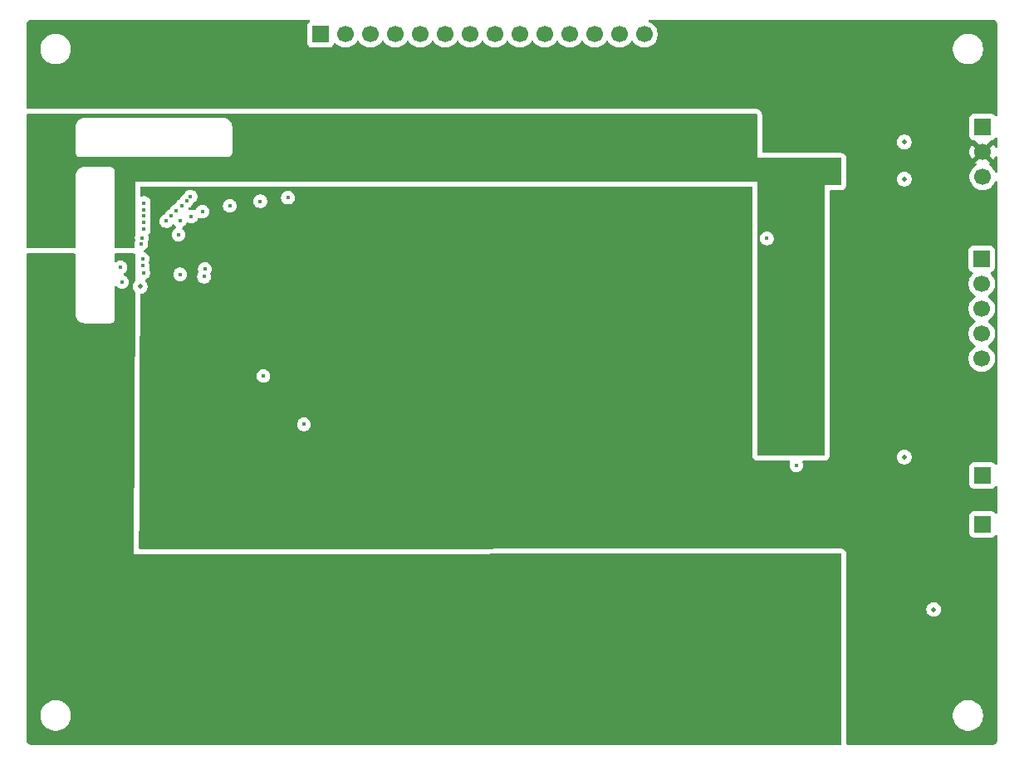
<source format=gbr>
%TF.GenerationSoftware,KiCad,Pcbnew,9.0.2*%
%TF.CreationDate,2025-07-03T12:00:23+02:00*%
%TF.ProjectId,gp-bbq20kbd-breakout-board,67702d62-6271-4323-906b-62642d627265,rev?*%
%TF.SameCoordinates,Original*%
%TF.FileFunction,Copper,L3,Inr*%
%TF.FilePolarity,Positive*%
%FSLAX46Y46*%
G04 Gerber Fmt 4.6, Leading zero omitted, Abs format (unit mm)*
G04 Created by KiCad (PCBNEW 9.0.2) date 2025-07-03 12:00:23*
%MOMM*%
%LPD*%
G01*
G04 APERTURE LIST*
%TA.AperFunction,ComponentPad*%
%ADD10R,1.700000X1.700000*%
%TD*%
%TA.AperFunction,ComponentPad*%
%ADD11C,1.700000*%
%TD*%
%TA.AperFunction,ViaPad*%
%ADD12C,0.500000*%
%TD*%
%TA.AperFunction,ViaPad*%
%ADD13C,0.400000*%
%TD*%
G04 APERTURE END LIST*
D10*
%TO.N,/KBD_BKL*%
%TO.C,J5*%
X188000000Y-97000000D03*
%TD*%
%TO.N,/TP_SHUTDOWN*%
%TO.C,J3*%
X187900000Y-74920000D03*
D11*
%TO.N,/TP_SDA*%
X187900000Y-77460000D03*
%TO.N,/TP_SCL*%
X187900000Y-80000000D03*
%TO.N,/TP_MOTION*%
X187900000Y-82540000D03*
%TO.N,/TP_RESET*%
X187900000Y-85080000D03*
%TD*%
D10*
%TO.N,+5V*%
%TO.C,J1*%
X188000000Y-61460000D03*
D11*
%TO.N,+3V3*%
X188000000Y-64000000D03*
%TO.N,GND*%
X188000000Y-66540000D03*
%TD*%
D10*
%TO.N,/KBD_COL0*%
%TO.C,J2*%
X120490000Y-52000000D03*
D11*
%TO.N,/KBD_COL1*%
X123030000Y-52000000D03*
%TO.N,/KBD_COL2*%
X125570000Y-52000000D03*
%TO.N,/KBD_COL3*%
X128110000Y-52000000D03*
%TO.N,/KBD_COL4*%
X130650000Y-52000000D03*
%TO.N,/KBD_COL5*%
X133190000Y-52000000D03*
%TO.N,/KBD_COL6*%
X135730000Y-52000000D03*
%TO.N,/KBD_ROW0*%
X138270000Y-52000000D03*
%TO.N,/KBD_ROW1*%
X140810000Y-52000000D03*
%TO.N,/KBD_ROW2*%
X143350000Y-52000000D03*
%TO.N,/KBD_ROW3*%
X145890000Y-52000000D03*
%TO.N,/KBD_ROW4*%
X148430000Y-52000000D03*
%TO.N,/KBD_ROW5*%
X150970000Y-52000000D03*
%TO.N,/KBD_ROW6*%
X153510000Y-52000000D03*
%TD*%
D10*
%TO.N,/MIC*%
%TO.C,J4*%
X188000000Y-102000000D03*
%TD*%
D12*
%TO.N,GND*%
X183010000Y-110690000D03*
X180000000Y-95140000D03*
X102120000Y-77730000D03*
X179995000Y-66775000D03*
X180010000Y-62990000D03*
%TO.N,+3V3*%
X180000000Y-76120000D03*
X180000000Y-71120000D03*
X180020000Y-81190000D03*
X180030000Y-91140000D03*
X105010000Y-75820000D03*
X180000000Y-86300000D03*
X173000000Y-63000000D03*
X175790000Y-57010000D03*
X180010000Y-65210000D03*
X182990000Y-109140000D03*
%TO.N,+1V8*%
X165990000Y-71130000D03*
X165990000Y-81120000D03*
X170000000Y-68900000D03*
X165990000Y-91180000D03*
X166000000Y-86140000D03*
X166000000Y-76120000D03*
X99910000Y-73430000D03*
%TO.N,+2V8*%
X166960000Y-110670000D03*
X99883412Y-74716588D03*
D13*
%TO.N,/KBD_COL6*%
X107226801Y-68553152D03*
X102480000Y-69206317D03*
X117163199Y-68663199D03*
%TO.N,/KBD_COL2*%
X102480000Y-71891228D03*
X107320000Y-70580000D03*
X105286801Y-70546801D03*
%TO.N,/KBD_COL3*%
X102480000Y-71220000D03*
X105801801Y-70031801D03*
X108458199Y-70078199D03*
%TO.N,/KBD_COL1*%
X104776801Y-71056801D03*
X102270000Y-72760000D03*
X106150000Y-71020000D03*
%TO.N,/KBD_COL4*%
X106350901Y-69482702D03*
X111248199Y-69498199D03*
X102480000Y-70548772D03*
%TO.N,/KBD_COL0*%
X102200000Y-73400000D03*
%TO.N,/KBD_COL5*%
X114350000Y-69030000D03*
X102480000Y-69877545D03*
X106830450Y-69003152D03*
%TO.N,/bbq20kbd_connector/TP_SHUTDOWN_1V8*%
X100100000Y-75790000D03*
X166000000Y-72830000D03*
%TO.N,/bbq20kbd_connector/TP_SCL_1V8*%
X102380301Y-75617106D03*
X108620000Y-76720000D03*
%TO.N,/MIC*%
X106180000Y-76490000D03*
%TO.N,/bbq20kbd_connector/TP_SDA_1V8*%
X108700000Y-75930000D03*
X102380300Y-74910000D03*
%TO.N,/bbq20kbd_connector/TP_MOTION_1V8*%
X114666446Y-86863554D03*
X102420000Y-76330000D03*
%TO.N,/bbq20kbd_connector/TP_RESET_1V8*%
X100260000Y-77270000D03*
X118790000Y-91800000D03*
%TO.N,/bbq20kbd_connector/BKL*%
X169000000Y-95990000D03*
X106020000Y-72430000D03*
%TD*%
%TA.AperFunction,Conductor*%
%TO.N,+1V8*%
G36*
X164943039Y-60119685D02*
G01*
X164988794Y-60172489D01*
X165000000Y-60224000D01*
X165000000Y-64600000D01*
X173476000Y-64600000D01*
X173543039Y-64619685D01*
X173588794Y-64672489D01*
X173600000Y-64724000D01*
X173600000Y-67276000D01*
X173580315Y-67343039D01*
X173527511Y-67388794D01*
X173476000Y-67400000D01*
X171900000Y-67400000D01*
X171900000Y-94876000D01*
X171880315Y-94943039D01*
X171827511Y-94988794D01*
X171776000Y-95000000D01*
X165124000Y-95000000D01*
X165056961Y-94980315D01*
X165011206Y-94927511D01*
X165000000Y-94876000D01*
X165000000Y-72898995D01*
X165299499Y-72898995D01*
X165326418Y-73034322D01*
X165326421Y-73034332D01*
X165379221Y-73161804D01*
X165379228Y-73161817D01*
X165455885Y-73276541D01*
X165455888Y-73276545D01*
X165553454Y-73374111D01*
X165553458Y-73374114D01*
X165668182Y-73450771D01*
X165668195Y-73450778D01*
X165795667Y-73503578D01*
X165795672Y-73503580D01*
X165795676Y-73503580D01*
X165795677Y-73503581D01*
X165931004Y-73530500D01*
X165931007Y-73530500D01*
X166068995Y-73530500D01*
X166160041Y-73512389D01*
X166204328Y-73503580D01*
X166331811Y-73450775D01*
X166446542Y-73374114D01*
X166544114Y-73276542D01*
X166620775Y-73161811D01*
X166673580Y-73034328D01*
X166685557Y-72974114D01*
X166700500Y-72898995D01*
X166700500Y-72761004D01*
X166673581Y-72625677D01*
X166673580Y-72625676D01*
X166673580Y-72625672D01*
X166642111Y-72549698D01*
X166620778Y-72498195D01*
X166620771Y-72498182D01*
X166544114Y-72383458D01*
X166544111Y-72383454D01*
X166446545Y-72285888D01*
X166446541Y-72285885D01*
X166331817Y-72209228D01*
X166331804Y-72209221D01*
X166204332Y-72156421D01*
X166204322Y-72156418D01*
X166068995Y-72129500D01*
X166068993Y-72129500D01*
X165931007Y-72129500D01*
X165931005Y-72129500D01*
X165795677Y-72156418D01*
X165795667Y-72156421D01*
X165668195Y-72209221D01*
X165668182Y-72209228D01*
X165553458Y-72285885D01*
X165553454Y-72285888D01*
X165455888Y-72383454D01*
X165455885Y-72383458D01*
X165379228Y-72498182D01*
X165379221Y-72498195D01*
X165326421Y-72625667D01*
X165326418Y-72625677D01*
X165299500Y-72761004D01*
X165299500Y-72761007D01*
X165299500Y-72898993D01*
X165299500Y-72898995D01*
X165299499Y-72898995D01*
X165000000Y-72898995D01*
X165000000Y-67000000D01*
X101600000Y-67000000D01*
X101600000Y-72525476D01*
X101596477Y-72549473D01*
X101597608Y-72549698D01*
X101569500Y-72691004D01*
X101569500Y-72828997D01*
X101597608Y-72970304D01*
X101596547Y-72970514D01*
X101600000Y-72994524D01*
X101600000Y-72999482D01*
X101581495Y-73062499D01*
X101582095Y-73062820D01*
X101580556Y-73065697D01*
X101580315Y-73066521D01*
X101579237Y-73068165D01*
X101579225Y-73068187D01*
X101526420Y-73195671D01*
X101526418Y-73195677D01*
X101499500Y-73331004D01*
X101499500Y-73331007D01*
X101499500Y-73468993D01*
X101499500Y-73468995D01*
X101499499Y-73468995D01*
X101526418Y-73604322D01*
X101526421Y-73604332D01*
X101557162Y-73678548D01*
X101564631Y-73748018D01*
X101533355Y-73810497D01*
X101473266Y-73846148D01*
X101442601Y-73850000D01*
X99624500Y-73850000D01*
X99557461Y-73830315D01*
X99511706Y-73777511D01*
X99500500Y-73726000D01*
X99500500Y-65934110D01*
X99500500Y-65934108D01*
X99466392Y-65806814D01*
X99400500Y-65692686D01*
X99307314Y-65599500D01*
X99250250Y-65566554D01*
X99193187Y-65533608D01*
X99129539Y-65516554D01*
X99065892Y-65499500D01*
X96565892Y-65499500D01*
X96500000Y-65499500D01*
X96412468Y-65499500D01*
X96412465Y-65499500D01*
X96240062Y-65529898D01*
X96075553Y-65589775D01*
X95923942Y-65677309D01*
X95789836Y-65789836D01*
X95677309Y-65923942D01*
X95589775Y-66075553D01*
X95529898Y-66240062D01*
X95499500Y-66412465D01*
X95499500Y-73726000D01*
X95479815Y-73793039D01*
X95427011Y-73838794D01*
X95375500Y-73850000D01*
X90624500Y-73850000D01*
X90557461Y-73830315D01*
X90511706Y-73777511D01*
X90500500Y-73726000D01*
X90500500Y-61412465D01*
X95499500Y-61412465D01*
X95499500Y-64065891D01*
X95533608Y-64193187D01*
X95566554Y-64250250D01*
X95599500Y-64307314D01*
X95692686Y-64400500D01*
X95806814Y-64466392D01*
X95934108Y-64500500D01*
X95934110Y-64500500D01*
X111065890Y-64500500D01*
X111065892Y-64500500D01*
X111193186Y-64466392D01*
X111307314Y-64400500D01*
X111400500Y-64307314D01*
X111466392Y-64193186D01*
X111500500Y-64065892D01*
X111500500Y-61434108D01*
X111500500Y-61412468D01*
X111470101Y-61240062D01*
X111410225Y-61075555D01*
X111322692Y-60923945D01*
X111322691Y-60923943D01*
X111322690Y-60923942D01*
X111210163Y-60789836D01*
X111076057Y-60677309D01*
X110924446Y-60589775D01*
X110759937Y-60529898D01*
X110587534Y-60499500D01*
X110587532Y-60499500D01*
X110565892Y-60499500D01*
X96565892Y-60499500D01*
X96500000Y-60499500D01*
X96412468Y-60499500D01*
X96412465Y-60499500D01*
X96240062Y-60529898D01*
X96075553Y-60589775D01*
X95923942Y-60677309D01*
X95789836Y-60789836D01*
X95677309Y-60923942D01*
X95589775Y-61075553D01*
X95529898Y-61240062D01*
X95499500Y-61412465D01*
X90500500Y-61412465D01*
X90500500Y-60224000D01*
X90520185Y-60156961D01*
X90572989Y-60111206D01*
X90624500Y-60100000D01*
X164876000Y-60100000D01*
X164943039Y-60119685D01*
G37*
%TD.AperFunction*%
%TD*%
%TA.AperFunction,Conductor*%
%TO.N,+3V3*%
G36*
X119366936Y-50520185D02*
G01*
X119412691Y-50572989D01*
X119422635Y-50642147D01*
X119393610Y-50705703D01*
X119374208Y-50723766D01*
X119282455Y-50792452D01*
X119282452Y-50792455D01*
X119196206Y-50907664D01*
X119196202Y-50907671D01*
X119145908Y-51042517D01*
X119139501Y-51102116D01*
X119139500Y-51102135D01*
X119139500Y-52897870D01*
X119139501Y-52897876D01*
X119145908Y-52957483D01*
X119196202Y-53092328D01*
X119196206Y-53092335D01*
X119282452Y-53207544D01*
X119282455Y-53207547D01*
X119397664Y-53293793D01*
X119397671Y-53293797D01*
X119532517Y-53344091D01*
X119532516Y-53344091D01*
X119539444Y-53344835D01*
X119592127Y-53350500D01*
X121387872Y-53350499D01*
X121447483Y-53344091D01*
X121582331Y-53293796D01*
X121697546Y-53207546D01*
X121783796Y-53092331D01*
X121832810Y-52960916D01*
X121874681Y-52904984D01*
X121940145Y-52880566D01*
X122008418Y-52895417D01*
X122036673Y-52916569D01*
X122150213Y-53030109D01*
X122322179Y-53155048D01*
X122322181Y-53155049D01*
X122322184Y-53155051D01*
X122511588Y-53251557D01*
X122713757Y-53317246D01*
X122923713Y-53350500D01*
X122923714Y-53350500D01*
X123136286Y-53350500D01*
X123136287Y-53350500D01*
X123346243Y-53317246D01*
X123548412Y-53251557D01*
X123737816Y-53155051D01*
X123824138Y-53092335D01*
X123909786Y-53030109D01*
X123909788Y-53030106D01*
X123909792Y-53030104D01*
X124060104Y-52879792D01*
X124060106Y-52879788D01*
X124060109Y-52879786D01*
X124185048Y-52707820D01*
X124185047Y-52707820D01*
X124185051Y-52707816D01*
X124189514Y-52699054D01*
X124237488Y-52648259D01*
X124305308Y-52631463D01*
X124371444Y-52653999D01*
X124410486Y-52699056D01*
X124414951Y-52707820D01*
X124539890Y-52879786D01*
X124690213Y-53030109D01*
X124862179Y-53155048D01*
X124862181Y-53155049D01*
X124862184Y-53155051D01*
X125051588Y-53251557D01*
X125253757Y-53317246D01*
X125463713Y-53350500D01*
X125463714Y-53350500D01*
X125676286Y-53350500D01*
X125676287Y-53350500D01*
X125886243Y-53317246D01*
X126088412Y-53251557D01*
X126277816Y-53155051D01*
X126364138Y-53092335D01*
X126449786Y-53030109D01*
X126449788Y-53030106D01*
X126449792Y-53030104D01*
X126600104Y-52879792D01*
X126600106Y-52879788D01*
X126600109Y-52879786D01*
X126725048Y-52707820D01*
X126725047Y-52707820D01*
X126725051Y-52707816D01*
X126729514Y-52699054D01*
X126777488Y-52648259D01*
X126845308Y-52631463D01*
X126911444Y-52653999D01*
X126950486Y-52699056D01*
X126954951Y-52707820D01*
X127079890Y-52879786D01*
X127230213Y-53030109D01*
X127402179Y-53155048D01*
X127402181Y-53155049D01*
X127402184Y-53155051D01*
X127591588Y-53251557D01*
X127793757Y-53317246D01*
X128003713Y-53350500D01*
X128003714Y-53350500D01*
X128216286Y-53350500D01*
X128216287Y-53350500D01*
X128426243Y-53317246D01*
X128628412Y-53251557D01*
X128817816Y-53155051D01*
X128904138Y-53092335D01*
X128989786Y-53030109D01*
X128989788Y-53030106D01*
X128989792Y-53030104D01*
X129140104Y-52879792D01*
X129140106Y-52879788D01*
X129140109Y-52879786D01*
X129265048Y-52707820D01*
X129265047Y-52707820D01*
X129265051Y-52707816D01*
X129269514Y-52699054D01*
X129317488Y-52648259D01*
X129385308Y-52631463D01*
X129451444Y-52653999D01*
X129490486Y-52699056D01*
X129494951Y-52707820D01*
X129619890Y-52879786D01*
X129770213Y-53030109D01*
X129942179Y-53155048D01*
X129942181Y-53155049D01*
X129942184Y-53155051D01*
X130131588Y-53251557D01*
X130333757Y-53317246D01*
X130543713Y-53350500D01*
X130543714Y-53350500D01*
X130756286Y-53350500D01*
X130756287Y-53350500D01*
X130966243Y-53317246D01*
X131168412Y-53251557D01*
X131357816Y-53155051D01*
X131444138Y-53092335D01*
X131529786Y-53030109D01*
X131529788Y-53030106D01*
X131529792Y-53030104D01*
X131680104Y-52879792D01*
X131680106Y-52879788D01*
X131680109Y-52879786D01*
X131805048Y-52707820D01*
X131805047Y-52707820D01*
X131805051Y-52707816D01*
X131809514Y-52699054D01*
X131857488Y-52648259D01*
X131925308Y-52631463D01*
X131991444Y-52653999D01*
X132030486Y-52699056D01*
X132034951Y-52707820D01*
X132159890Y-52879786D01*
X132310213Y-53030109D01*
X132482179Y-53155048D01*
X132482181Y-53155049D01*
X132482184Y-53155051D01*
X132671588Y-53251557D01*
X132873757Y-53317246D01*
X133083713Y-53350500D01*
X133083714Y-53350500D01*
X133296286Y-53350500D01*
X133296287Y-53350500D01*
X133506243Y-53317246D01*
X133708412Y-53251557D01*
X133897816Y-53155051D01*
X133984138Y-53092335D01*
X134069786Y-53030109D01*
X134069788Y-53030106D01*
X134069792Y-53030104D01*
X134220104Y-52879792D01*
X134220106Y-52879788D01*
X134220109Y-52879786D01*
X134345048Y-52707820D01*
X134345047Y-52707820D01*
X134345051Y-52707816D01*
X134349514Y-52699054D01*
X134397488Y-52648259D01*
X134465308Y-52631463D01*
X134531444Y-52653999D01*
X134570486Y-52699056D01*
X134574951Y-52707820D01*
X134699890Y-52879786D01*
X134850213Y-53030109D01*
X135022179Y-53155048D01*
X135022181Y-53155049D01*
X135022184Y-53155051D01*
X135211588Y-53251557D01*
X135413757Y-53317246D01*
X135623713Y-53350500D01*
X135623714Y-53350500D01*
X135836286Y-53350500D01*
X135836287Y-53350500D01*
X136046243Y-53317246D01*
X136248412Y-53251557D01*
X136437816Y-53155051D01*
X136524138Y-53092335D01*
X136609786Y-53030109D01*
X136609788Y-53030106D01*
X136609792Y-53030104D01*
X136760104Y-52879792D01*
X136760106Y-52879788D01*
X136760109Y-52879786D01*
X136885048Y-52707820D01*
X136885047Y-52707820D01*
X136885051Y-52707816D01*
X136889514Y-52699054D01*
X136937488Y-52648259D01*
X137005308Y-52631463D01*
X137071444Y-52653999D01*
X137110486Y-52699056D01*
X137114951Y-52707820D01*
X137239890Y-52879786D01*
X137390213Y-53030109D01*
X137562179Y-53155048D01*
X137562181Y-53155049D01*
X137562184Y-53155051D01*
X137751588Y-53251557D01*
X137953757Y-53317246D01*
X138163713Y-53350500D01*
X138163714Y-53350500D01*
X138376286Y-53350500D01*
X138376287Y-53350500D01*
X138586243Y-53317246D01*
X138788412Y-53251557D01*
X138977816Y-53155051D01*
X139064138Y-53092335D01*
X139149786Y-53030109D01*
X139149788Y-53030106D01*
X139149792Y-53030104D01*
X139300104Y-52879792D01*
X139300106Y-52879788D01*
X139300109Y-52879786D01*
X139425048Y-52707820D01*
X139425047Y-52707820D01*
X139425051Y-52707816D01*
X139429514Y-52699054D01*
X139477488Y-52648259D01*
X139545308Y-52631463D01*
X139611444Y-52653999D01*
X139650486Y-52699056D01*
X139654951Y-52707820D01*
X139779890Y-52879786D01*
X139930213Y-53030109D01*
X140102179Y-53155048D01*
X140102181Y-53155049D01*
X140102184Y-53155051D01*
X140291588Y-53251557D01*
X140493757Y-53317246D01*
X140703713Y-53350500D01*
X140703714Y-53350500D01*
X140916286Y-53350500D01*
X140916287Y-53350500D01*
X141126243Y-53317246D01*
X141328412Y-53251557D01*
X141517816Y-53155051D01*
X141604138Y-53092335D01*
X141689786Y-53030109D01*
X141689788Y-53030106D01*
X141689792Y-53030104D01*
X141840104Y-52879792D01*
X141840106Y-52879788D01*
X141840109Y-52879786D01*
X141965048Y-52707820D01*
X141965047Y-52707820D01*
X141965051Y-52707816D01*
X141969514Y-52699054D01*
X142017488Y-52648259D01*
X142085308Y-52631463D01*
X142151444Y-52653999D01*
X142190486Y-52699056D01*
X142194951Y-52707820D01*
X142319890Y-52879786D01*
X142470213Y-53030109D01*
X142642179Y-53155048D01*
X142642181Y-53155049D01*
X142642184Y-53155051D01*
X142831588Y-53251557D01*
X143033757Y-53317246D01*
X143243713Y-53350500D01*
X143243714Y-53350500D01*
X143456286Y-53350500D01*
X143456287Y-53350500D01*
X143666243Y-53317246D01*
X143868412Y-53251557D01*
X144057816Y-53155051D01*
X144144138Y-53092335D01*
X144229786Y-53030109D01*
X144229788Y-53030106D01*
X144229792Y-53030104D01*
X144380104Y-52879792D01*
X144380106Y-52879788D01*
X144380109Y-52879786D01*
X144505048Y-52707820D01*
X144505047Y-52707820D01*
X144505051Y-52707816D01*
X144509514Y-52699054D01*
X144557488Y-52648259D01*
X144625308Y-52631463D01*
X144691444Y-52653999D01*
X144730486Y-52699056D01*
X144734951Y-52707820D01*
X144859890Y-52879786D01*
X145010213Y-53030109D01*
X145182179Y-53155048D01*
X145182181Y-53155049D01*
X145182184Y-53155051D01*
X145371588Y-53251557D01*
X145573757Y-53317246D01*
X145783713Y-53350500D01*
X145783714Y-53350500D01*
X145996286Y-53350500D01*
X145996287Y-53350500D01*
X146206243Y-53317246D01*
X146408412Y-53251557D01*
X146597816Y-53155051D01*
X146684138Y-53092335D01*
X146769786Y-53030109D01*
X146769788Y-53030106D01*
X146769792Y-53030104D01*
X146920104Y-52879792D01*
X146920106Y-52879788D01*
X146920109Y-52879786D01*
X147045048Y-52707820D01*
X147045047Y-52707820D01*
X147045051Y-52707816D01*
X147049514Y-52699054D01*
X147097488Y-52648259D01*
X147165308Y-52631463D01*
X147231444Y-52653999D01*
X147270486Y-52699056D01*
X147274951Y-52707820D01*
X147399890Y-52879786D01*
X147550213Y-53030109D01*
X147722179Y-53155048D01*
X147722181Y-53155049D01*
X147722184Y-53155051D01*
X147911588Y-53251557D01*
X148113757Y-53317246D01*
X148323713Y-53350500D01*
X148323714Y-53350500D01*
X148536286Y-53350500D01*
X148536287Y-53350500D01*
X148746243Y-53317246D01*
X148948412Y-53251557D01*
X149137816Y-53155051D01*
X149224138Y-53092335D01*
X149309786Y-53030109D01*
X149309788Y-53030106D01*
X149309792Y-53030104D01*
X149460104Y-52879792D01*
X149460106Y-52879788D01*
X149460109Y-52879786D01*
X149585048Y-52707820D01*
X149585047Y-52707820D01*
X149585051Y-52707816D01*
X149589514Y-52699054D01*
X149637488Y-52648259D01*
X149705308Y-52631463D01*
X149771444Y-52653999D01*
X149810486Y-52699056D01*
X149814951Y-52707820D01*
X149939890Y-52879786D01*
X150090213Y-53030109D01*
X150262179Y-53155048D01*
X150262181Y-53155049D01*
X150262184Y-53155051D01*
X150451588Y-53251557D01*
X150653757Y-53317246D01*
X150863713Y-53350500D01*
X150863714Y-53350500D01*
X151076286Y-53350500D01*
X151076287Y-53350500D01*
X151286243Y-53317246D01*
X151488412Y-53251557D01*
X151677816Y-53155051D01*
X151764138Y-53092335D01*
X151849786Y-53030109D01*
X151849788Y-53030106D01*
X151849792Y-53030104D01*
X152000104Y-52879792D01*
X152000106Y-52879788D01*
X152000109Y-52879786D01*
X152125048Y-52707820D01*
X152125047Y-52707820D01*
X152125051Y-52707816D01*
X152129514Y-52699054D01*
X152177488Y-52648259D01*
X152245308Y-52631463D01*
X152311444Y-52653999D01*
X152350486Y-52699056D01*
X152354951Y-52707820D01*
X152479890Y-52879786D01*
X152630213Y-53030109D01*
X152802179Y-53155048D01*
X152802181Y-53155049D01*
X152802184Y-53155051D01*
X152991588Y-53251557D01*
X153193757Y-53317246D01*
X153403713Y-53350500D01*
X153403714Y-53350500D01*
X153616286Y-53350500D01*
X153616287Y-53350500D01*
X153826243Y-53317246D01*
X154028412Y-53251557D01*
X154217816Y-53155051D01*
X154304138Y-53092335D01*
X154389786Y-53030109D01*
X154389788Y-53030106D01*
X154389792Y-53030104D01*
X154540104Y-52879792D01*
X154540106Y-52879788D01*
X154540109Y-52879786D01*
X154665048Y-52707820D01*
X154665047Y-52707820D01*
X154665051Y-52707816D01*
X154761557Y-52518412D01*
X154827246Y-52316243D01*
X154860500Y-52106287D01*
X154860500Y-51893713D01*
X154827246Y-51683757D01*
X154761557Y-51481588D01*
X154665051Y-51292184D01*
X154665049Y-51292181D01*
X154665048Y-51292179D01*
X154540109Y-51120213D01*
X154389786Y-50969890D01*
X154217820Y-50844951D01*
X154028414Y-50748444D01*
X154028413Y-50748443D01*
X154028412Y-50748443D01*
X154009907Y-50742430D01*
X153952232Y-50702994D01*
X153925034Y-50638635D01*
X153936949Y-50569789D01*
X153984193Y-50518313D01*
X154048226Y-50500500D01*
X188934108Y-50500500D01*
X188993038Y-50500500D01*
X189006922Y-50501280D01*
X189097266Y-50511459D01*
X189124331Y-50517636D01*
X189203540Y-50545352D01*
X189228553Y-50557398D01*
X189299606Y-50602043D01*
X189321313Y-50619355D01*
X189380644Y-50678686D01*
X189397957Y-50700395D01*
X189442600Y-50771444D01*
X189454648Y-50796462D01*
X189482362Y-50875666D01*
X189488540Y-50902735D01*
X189498720Y-50993076D01*
X189499500Y-51006961D01*
X189499500Y-60269897D01*
X189479815Y-60336936D01*
X189427011Y-60382691D01*
X189357853Y-60392635D01*
X189294297Y-60363610D01*
X189276234Y-60344208D01*
X189207547Y-60252455D01*
X189207544Y-60252452D01*
X189092335Y-60166206D01*
X189092328Y-60166202D01*
X188957482Y-60115908D01*
X188957483Y-60115908D01*
X188897883Y-60109501D01*
X188897881Y-60109500D01*
X188897873Y-60109500D01*
X188897864Y-60109500D01*
X187102129Y-60109500D01*
X187102123Y-60109501D01*
X187042516Y-60115908D01*
X186907671Y-60166202D01*
X186907664Y-60166206D01*
X186792455Y-60252452D01*
X186792452Y-60252455D01*
X186706206Y-60367664D01*
X186706202Y-60367671D01*
X186655908Y-60502517D01*
X186649501Y-60562116D01*
X186649500Y-60562135D01*
X186649500Y-62357870D01*
X186649501Y-62357876D01*
X186655908Y-62417483D01*
X186706202Y-62552328D01*
X186706206Y-62552335D01*
X186792452Y-62667544D01*
X186792455Y-62667547D01*
X186907664Y-62753793D01*
X186907671Y-62753797D01*
X186952618Y-62770561D01*
X187042517Y-62804091D01*
X187102127Y-62810500D01*
X187112685Y-62810499D01*
X187179723Y-62830179D01*
X187200372Y-62846818D01*
X187870591Y-63517037D01*
X187807007Y-63534075D01*
X187692993Y-63599901D01*
X187599901Y-63692993D01*
X187534075Y-63807007D01*
X187517037Y-63870591D01*
X186884728Y-63238282D01*
X186884727Y-63238282D01*
X186845380Y-63292439D01*
X186748904Y-63481782D01*
X186683242Y-63683869D01*
X186683242Y-63683872D01*
X186650000Y-63893753D01*
X186650000Y-64106246D01*
X186683242Y-64316127D01*
X186683242Y-64316130D01*
X186748904Y-64518217D01*
X186845375Y-64707550D01*
X186884728Y-64761716D01*
X187517036Y-64129407D01*
X187534075Y-64192993D01*
X187599901Y-64307007D01*
X187692993Y-64400099D01*
X187807007Y-64465925D01*
X187870590Y-64482962D01*
X187238282Y-65115269D01*
X187238282Y-65115270D01*
X187292452Y-65154626D01*
X187292451Y-65154626D01*
X187301495Y-65159234D01*
X187352292Y-65207208D01*
X187369087Y-65275029D01*
X187346550Y-65341164D01*
X187301499Y-65380202D01*
X187292182Y-65384949D01*
X187120213Y-65509890D01*
X186969890Y-65660213D01*
X186844951Y-65832179D01*
X186748444Y-66021585D01*
X186682753Y-66223760D01*
X186649500Y-66433713D01*
X186649500Y-66646286D01*
X186681593Y-66848918D01*
X186682754Y-66856243D01*
X186734075Y-67014193D01*
X186748444Y-67058414D01*
X186844951Y-67247820D01*
X186969890Y-67419786D01*
X187120213Y-67570109D01*
X187292179Y-67695048D01*
X187292181Y-67695049D01*
X187292184Y-67695051D01*
X187481588Y-67791557D01*
X187683757Y-67857246D01*
X187893713Y-67890500D01*
X187893714Y-67890500D01*
X188106286Y-67890500D01*
X188106287Y-67890500D01*
X188316243Y-67857246D01*
X188518412Y-67791557D01*
X188707816Y-67695051D01*
X188816159Y-67616336D01*
X188879786Y-67570109D01*
X188879788Y-67570106D01*
X188879792Y-67570104D01*
X189030104Y-67419792D01*
X189030106Y-67419788D01*
X189030109Y-67419786D01*
X189155048Y-67247820D01*
X189155047Y-67247820D01*
X189155051Y-67247816D01*
X189251557Y-67058412D01*
X189257569Y-67039907D01*
X189297006Y-66982232D01*
X189361365Y-66955034D01*
X189430211Y-66966949D01*
X189481687Y-67014193D01*
X189499500Y-67078226D01*
X189499500Y-95809897D01*
X189479815Y-95876936D01*
X189427011Y-95922691D01*
X189357853Y-95932635D01*
X189294297Y-95903610D01*
X189276234Y-95884208D01*
X189207547Y-95792455D01*
X189207544Y-95792452D01*
X189092335Y-95706206D01*
X189092328Y-95706202D01*
X188957482Y-95655908D01*
X188957483Y-95655908D01*
X188897883Y-95649501D01*
X188897881Y-95649500D01*
X188897873Y-95649500D01*
X188897864Y-95649500D01*
X187102129Y-95649500D01*
X187102123Y-95649501D01*
X187042516Y-95655908D01*
X186907671Y-95706202D01*
X186907664Y-95706206D01*
X186792455Y-95792452D01*
X186792452Y-95792455D01*
X186706206Y-95907664D01*
X186706202Y-95907671D01*
X186655908Y-96042517D01*
X186649501Y-96102116D01*
X186649500Y-96102135D01*
X186649500Y-97897870D01*
X186649501Y-97897876D01*
X186655908Y-97957483D01*
X186706202Y-98092328D01*
X186706206Y-98092335D01*
X186792452Y-98207544D01*
X186792455Y-98207547D01*
X186907664Y-98293793D01*
X186907671Y-98293797D01*
X187042517Y-98344091D01*
X187042516Y-98344091D01*
X187049444Y-98344835D01*
X187102127Y-98350500D01*
X188897872Y-98350499D01*
X188957483Y-98344091D01*
X189092331Y-98293796D01*
X189207546Y-98207546D01*
X189276234Y-98115789D01*
X189332167Y-98073920D01*
X189401859Y-98068936D01*
X189463182Y-98102421D01*
X189496666Y-98163745D01*
X189499500Y-98190102D01*
X189499500Y-100809897D01*
X189479815Y-100876936D01*
X189427011Y-100922691D01*
X189357853Y-100932635D01*
X189294297Y-100903610D01*
X189276234Y-100884208D01*
X189207547Y-100792455D01*
X189207544Y-100792452D01*
X189092335Y-100706206D01*
X189092328Y-100706202D01*
X188957482Y-100655908D01*
X188957483Y-100655908D01*
X188897883Y-100649501D01*
X188897881Y-100649500D01*
X188897873Y-100649500D01*
X188897864Y-100649500D01*
X187102129Y-100649500D01*
X187102123Y-100649501D01*
X187042516Y-100655908D01*
X186907671Y-100706202D01*
X186907664Y-100706206D01*
X186792455Y-100792452D01*
X186792452Y-100792455D01*
X186706206Y-100907664D01*
X186706202Y-100907671D01*
X186655908Y-101042517D01*
X186649501Y-101102116D01*
X186649500Y-101102135D01*
X186649500Y-102897870D01*
X186649501Y-102897876D01*
X186655908Y-102957483D01*
X186706202Y-103092328D01*
X186706206Y-103092335D01*
X186792452Y-103207544D01*
X186792455Y-103207547D01*
X186907664Y-103293793D01*
X186907671Y-103293797D01*
X187042517Y-103344091D01*
X187042516Y-103344091D01*
X187049444Y-103344835D01*
X187102127Y-103350500D01*
X188897872Y-103350499D01*
X188957483Y-103344091D01*
X189092331Y-103293796D01*
X189207546Y-103207546D01*
X189276234Y-103115789D01*
X189332167Y-103073920D01*
X189401859Y-103068936D01*
X189463182Y-103102421D01*
X189496666Y-103163745D01*
X189499500Y-103190102D01*
X189499500Y-123993038D01*
X189498720Y-124006923D01*
X189488540Y-124097264D01*
X189482362Y-124124333D01*
X189454648Y-124203537D01*
X189442600Y-124228555D01*
X189397957Y-124299604D01*
X189380644Y-124321313D01*
X189321313Y-124380644D01*
X189299604Y-124397957D01*
X189228555Y-124442600D01*
X189203537Y-124454648D01*
X189124333Y-124482362D01*
X189097264Y-124488540D01*
X189017075Y-124497576D01*
X189006921Y-124498720D01*
X188993038Y-124499500D01*
X174229500Y-124499500D01*
X174162461Y-124479815D01*
X174116706Y-124427011D01*
X174105500Y-124375500D01*
X174105500Y-121377973D01*
X184949500Y-121377973D01*
X184949500Y-121622026D01*
X184987678Y-121863072D01*
X185063097Y-122095187D01*
X185173896Y-122312642D01*
X185317339Y-122510076D01*
X185317343Y-122510081D01*
X185489918Y-122682656D01*
X185489923Y-122682660D01*
X185662136Y-122807779D01*
X185687361Y-122826106D01*
X185904815Y-122936904D01*
X186136924Y-123012321D01*
X186377973Y-123050500D01*
X186377974Y-123050500D01*
X186622026Y-123050500D01*
X186622027Y-123050500D01*
X186863076Y-123012321D01*
X187095185Y-122936904D01*
X187312639Y-122826106D01*
X187510083Y-122682655D01*
X187682655Y-122510083D01*
X187826106Y-122312639D01*
X187936904Y-122095185D01*
X188012321Y-121863076D01*
X188050500Y-121622027D01*
X188050500Y-121377973D01*
X188012321Y-121136924D01*
X187936904Y-120904815D01*
X187826106Y-120687361D01*
X187807779Y-120662136D01*
X187682660Y-120489923D01*
X187682656Y-120489918D01*
X187510081Y-120317343D01*
X187510076Y-120317339D01*
X187312642Y-120173896D01*
X187312641Y-120173895D01*
X187312639Y-120173894D01*
X187095185Y-120063096D01*
X186863076Y-119987679D01*
X186863074Y-119987678D01*
X186863072Y-119987678D01*
X186694769Y-119961021D01*
X186622027Y-119949500D01*
X186377973Y-119949500D01*
X186322093Y-119958350D01*
X186136927Y-119987678D01*
X185904812Y-120063097D01*
X185687357Y-120173896D01*
X185489923Y-120317339D01*
X185489918Y-120317343D01*
X185317343Y-120489918D01*
X185317339Y-120489923D01*
X185173896Y-120687357D01*
X185063097Y-120904812D01*
X184987678Y-121136927D01*
X184949500Y-121377973D01*
X174105500Y-121377973D01*
X174105500Y-110763920D01*
X182259499Y-110763920D01*
X182288340Y-110908907D01*
X182288343Y-110908917D01*
X182344912Y-111045488D01*
X182344919Y-111045501D01*
X182427048Y-111168415D01*
X182427051Y-111168419D01*
X182531580Y-111272948D01*
X182531584Y-111272951D01*
X182654498Y-111355080D01*
X182654511Y-111355087D01*
X182791082Y-111411656D01*
X182791087Y-111411658D01*
X182791091Y-111411658D01*
X182791092Y-111411659D01*
X182936079Y-111440500D01*
X182936082Y-111440500D01*
X183083920Y-111440500D01*
X183181462Y-111421096D01*
X183228913Y-111411658D01*
X183365495Y-111355084D01*
X183488416Y-111272951D01*
X183592951Y-111168416D01*
X183675084Y-111045495D01*
X183731658Y-110908913D01*
X183760500Y-110763918D01*
X183760500Y-110616082D01*
X183760500Y-110616079D01*
X183731659Y-110471092D01*
X183731658Y-110471091D01*
X183731658Y-110471087D01*
X183731656Y-110471082D01*
X183675087Y-110334511D01*
X183675080Y-110334498D01*
X183592951Y-110211584D01*
X183592948Y-110211580D01*
X183488419Y-110107051D01*
X183488415Y-110107048D01*
X183365501Y-110024919D01*
X183365488Y-110024912D01*
X183228917Y-109968343D01*
X183228907Y-109968340D01*
X183083920Y-109939500D01*
X183083918Y-109939500D01*
X182936082Y-109939500D01*
X182936080Y-109939500D01*
X182791092Y-109968340D01*
X182791082Y-109968343D01*
X182654511Y-110024912D01*
X182654498Y-110024919D01*
X182531584Y-110107048D01*
X182531580Y-110107051D01*
X182427051Y-110211580D01*
X182427048Y-110211584D01*
X182344919Y-110334498D01*
X182344912Y-110334511D01*
X182288343Y-110471082D01*
X182288340Y-110471092D01*
X182259500Y-110616079D01*
X182259500Y-110616082D01*
X182259500Y-110763918D01*
X182259500Y-110763920D01*
X182259499Y-110763920D01*
X174105500Y-110763920D01*
X174105500Y-105444967D01*
X174106669Y-105427978D01*
X174120135Y-105330622D01*
X174118838Y-105088463D01*
X174113307Y-105016551D01*
X174108097Y-104981643D01*
X174092378Y-104911214D01*
X174080178Y-104884880D01*
X174061779Y-104829932D01*
X174036599Y-104790812D01*
X174031898Y-104780663D01*
X174031895Y-104780658D01*
X174031894Y-104780656D01*
X173993830Y-104722119D01*
X173993564Y-104721767D01*
X173990651Y-104718278D01*
X173986785Y-104713418D01*
X173983907Y-104708946D01*
X173966405Y-104688776D01*
X173966404Y-104688776D01*
X173943848Y-104662782D01*
X173943849Y-104662782D01*
X173938107Y-104656165D01*
X173936146Y-104654468D01*
X173923999Y-104642395D01*
X173899037Y-104613895D01*
X173869995Y-104595449D01*
X173855339Y-104584546D01*
X173829327Y-104562038D01*
X173829326Y-104562037D01*
X173794827Y-104546309D01*
X173782855Y-104540041D01*
X173781323Y-104539129D01*
X173777585Y-104536755D01*
X173776555Y-104536291D01*
X173776543Y-104536284D01*
X173741449Y-104520485D01*
X173741444Y-104520483D01*
X173738199Y-104519022D01*
X173738200Y-104519022D01*
X173732858Y-104516617D01*
X173722788Y-104512083D01*
X173722787Y-104512083D01*
X173713846Y-104508058D01*
X173709687Y-104506532D01*
X173709713Y-104506461D01*
X173702595Y-104503831D01*
X173702569Y-104503902D01*
X173698415Y-104502356D01*
X173632406Y-104483021D01*
X173632390Y-104483018D01*
X173631348Y-104482713D01*
X173631342Y-104482712D01*
X173627066Y-104482100D01*
X173625263Y-104481789D01*
X173624551Y-104481439D01*
X173612055Y-104478759D01*
X173575623Y-104468273D01*
X173541193Y-104468455D01*
X173522983Y-104467208D01*
X173488912Y-104462334D01*
X173488907Y-104462334D01*
X102110210Y-104511831D01*
X102043157Y-104492193D01*
X101997365Y-104439421D01*
X101986125Y-104387339D01*
X101999399Y-101042517D01*
X102035802Y-91868995D01*
X118089499Y-91868995D01*
X118116418Y-92004322D01*
X118116421Y-92004332D01*
X118169221Y-92131804D01*
X118169228Y-92131817D01*
X118245885Y-92246541D01*
X118245888Y-92246545D01*
X118343454Y-92344111D01*
X118343458Y-92344114D01*
X118458182Y-92420771D01*
X118458195Y-92420778D01*
X118585667Y-92473578D01*
X118585672Y-92473580D01*
X118585676Y-92473580D01*
X118585677Y-92473581D01*
X118721004Y-92500500D01*
X118721007Y-92500500D01*
X118858995Y-92500500D01*
X118950041Y-92482389D01*
X118994328Y-92473580D01*
X119121811Y-92420775D01*
X119236542Y-92344114D01*
X119334114Y-92246542D01*
X119410775Y-92131811D01*
X119463580Y-92004328D01*
X119490500Y-91868993D01*
X119490500Y-91731007D01*
X119490500Y-91731004D01*
X119463581Y-91595677D01*
X119463580Y-91595676D01*
X119463580Y-91595672D01*
X119463578Y-91595667D01*
X119410778Y-91468195D01*
X119410771Y-91468182D01*
X119334114Y-91353458D01*
X119334111Y-91353454D01*
X119236545Y-91255888D01*
X119236541Y-91255885D01*
X119121817Y-91179228D01*
X119121804Y-91179221D01*
X118994332Y-91126421D01*
X118994322Y-91126418D01*
X118858995Y-91099500D01*
X118858993Y-91099500D01*
X118721007Y-91099500D01*
X118721005Y-91099500D01*
X118585677Y-91126418D01*
X118585667Y-91126421D01*
X118458195Y-91179221D01*
X118458182Y-91179228D01*
X118343458Y-91255885D01*
X118343454Y-91255888D01*
X118245888Y-91353454D01*
X118245885Y-91353458D01*
X118169228Y-91468182D01*
X118169221Y-91468195D01*
X118116421Y-91595667D01*
X118116418Y-91595677D01*
X118089500Y-91731004D01*
X118089500Y-91731007D01*
X118089500Y-91868993D01*
X118089500Y-91868995D01*
X118089499Y-91868995D01*
X102035802Y-91868995D01*
X102055391Y-86932549D01*
X113965945Y-86932549D01*
X113992864Y-87067876D01*
X113992867Y-87067886D01*
X114045667Y-87195358D01*
X114045674Y-87195371D01*
X114122331Y-87310095D01*
X114122334Y-87310099D01*
X114219900Y-87407665D01*
X114219904Y-87407668D01*
X114334628Y-87484325D01*
X114334641Y-87484332D01*
X114462113Y-87537132D01*
X114462118Y-87537134D01*
X114462122Y-87537134D01*
X114462123Y-87537135D01*
X114597450Y-87564054D01*
X114597453Y-87564054D01*
X114735441Y-87564054D01*
X114826487Y-87545943D01*
X114870774Y-87537134D01*
X114998257Y-87484329D01*
X115112988Y-87407668D01*
X115210560Y-87310096D01*
X115287221Y-87195365D01*
X115340026Y-87067882D01*
X115366946Y-86932547D01*
X115366946Y-86794561D01*
X115366946Y-86794558D01*
X115340027Y-86659231D01*
X115340026Y-86659230D01*
X115340026Y-86659226D01*
X115340024Y-86659221D01*
X115287224Y-86531749D01*
X115287217Y-86531736D01*
X115210560Y-86417012D01*
X115210557Y-86417008D01*
X115112991Y-86319442D01*
X115112987Y-86319439D01*
X114998263Y-86242782D01*
X114998250Y-86242775D01*
X114870778Y-86189975D01*
X114870768Y-86189972D01*
X114735441Y-86163054D01*
X114735439Y-86163054D01*
X114597453Y-86163054D01*
X114597451Y-86163054D01*
X114462123Y-86189972D01*
X114462113Y-86189975D01*
X114334641Y-86242775D01*
X114334628Y-86242782D01*
X114219904Y-86319439D01*
X114219900Y-86319442D01*
X114122334Y-86417008D01*
X114122331Y-86417012D01*
X114045674Y-86531736D01*
X114045667Y-86531749D01*
X113992867Y-86659221D01*
X113992864Y-86659231D01*
X113965946Y-86794558D01*
X113965946Y-86794561D01*
X113965946Y-86932547D01*
X113965946Y-86932549D01*
X113965945Y-86932549D01*
X102055391Y-86932549D01*
X102088446Y-78602749D01*
X102108396Y-78535791D01*
X102161382Y-78490246D01*
X102188253Y-78481627D01*
X102249904Y-78469363D01*
X102338913Y-78451658D01*
X102475495Y-78395084D01*
X102598416Y-78312951D01*
X102702951Y-78208416D01*
X102785084Y-78085495D01*
X102841658Y-77948913D01*
X102870500Y-77803918D01*
X102870500Y-77656082D01*
X102870500Y-77656079D01*
X102841659Y-77511092D01*
X102841658Y-77511091D01*
X102841658Y-77511087D01*
X102792986Y-77393581D01*
X102785087Y-77374511D01*
X102785080Y-77374498D01*
X102702951Y-77251584D01*
X102702948Y-77251580D01*
X102635782Y-77184414D01*
X102602297Y-77123091D01*
X102607281Y-77053399D01*
X102649153Y-76997466D01*
X102676002Y-76982175D01*
X102751811Y-76950775D01*
X102866542Y-76874114D01*
X102964114Y-76776542D01*
X103040775Y-76661811D01*
X103083363Y-76558995D01*
X105479499Y-76558995D01*
X105506418Y-76694322D01*
X105506421Y-76694332D01*
X105559221Y-76821804D01*
X105559228Y-76821817D01*
X105635885Y-76936541D01*
X105635888Y-76936545D01*
X105733454Y-77034111D01*
X105733458Y-77034114D01*
X105848182Y-77110771D01*
X105848195Y-77110778D01*
X105927822Y-77143760D01*
X105975672Y-77163580D01*
X105975676Y-77163580D01*
X105975677Y-77163581D01*
X106111004Y-77190500D01*
X106111007Y-77190500D01*
X106248995Y-77190500D01*
X106340041Y-77172389D01*
X106384328Y-77163580D01*
X106511811Y-77110775D01*
X106626542Y-77034114D01*
X106724114Y-76936542D01*
X106800775Y-76821811D01*
X106814368Y-76788995D01*
X107919499Y-76788995D01*
X107946418Y-76924322D01*
X107946421Y-76924332D01*
X107999221Y-77051804D01*
X107999228Y-77051817D01*
X108075885Y-77166541D01*
X108075888Y-77166545D01*
X108173454Y-77264111D01*
X108173458Y-77264114D01*
X108288182Y-77340771D01*
X108288195Y-77340778D01*
X108369635Y-77374511D01*
X108415672Y-77393580D01*
X108415676Y-77393580D01*
X108415677Y-77393581D01*
X108551004Y-77420500D01*
X108551007Y-77420500D01*
X108688995Y-77420500D01*
X108780041Y-77402389D01*
X108824328Y-77393580D01*
X108951811Y-77340775D01*
X109066542Y-77264114D01*
X109164114Y-77166542D01*
X109240775Y-77051811D01*
X109293580Y-76924328D01*
X109313972Y-76821811D01*
X109320500Y-76788995D01*
X109320500Y-76651004D01*
X109293581Y-76515677D01*
X109293580Y-76515676D01*
X109293580Y-76515672D01*
X109264437Y-76445316D01*
X109256969Y-76375849D01*
X109275896Y-76328975D01*
X109320775Y-76261811D01*
X109373580Y-76134328D01*
X109382389Y-76090041D01*
X109400500Y-75998995D01*
X109400500Y-75861004D01*
X109373581Y-75725677D01*
X109373580Y-75725676D01*
X109373580Y-75725672D01*
X109357189Y-75686101D01*
X109320778Y-75598195D01*
X109320771Y-75598182D01*
X109244114Y-75483458D01*
X109244111Y-75483454D01*
X109146545Y-75385888D01*
X109146541Y-75385885D01*
X109031817Y-75309228D01*
X109031804Y-75309221D01*
X108904332Y-75256421D01*
X108904322Y-75256418D01*
X108768995Y-75229500D01*
X108768993Y-75229500D01*
X108631007Y-75229500D01*
X108631005Y-75229500D01*
X108495677Y-75256418D01*
X108495667Y-75256421D01*
X108368195Y-75309221D01*
X108368182Y-75309228D01*
X108253458Y-75385885D01*
X108253454Y-75385888D01*
X108155888Y-75483454D01*
X108155885Y-75483458D01*
X108079228Y-75598182D01*
X108079221Y-75598195D01*
X108026421Y-75725667D01*
X108026418Y-75725677D01*
X107999500Y-75861004D01*
X107999500Y-75861007D01*
X107999500Y-75998993D01*
X107999500Y-75998995D01*
X107999499Y-75998995D01*
X108026418Y-76134322D01*
X108026421Y-76134332D01*
X108055561Y-76204682D01*
X108063030Y-76274151D01*
X108044102Y-76321025D01*
X107999228Y-76388182D01*
X107999221Y-76388195D01*
X107946421Y-76515667D01*
X107946418Y-76515677D01*
X107919500Y-76651004D01*
X107919500Y-76651007D01*
X107919500Y-76788993D01*
X107919500Y-76788995D01*
X107919499Y-76788995D01*
X106814368Y-76788995D01*
X106853580Y-76694328D01*
X106880500Y-76558993D01*
X106880500Y-76421007D01*
X106880500Y-76421004D01*
X106853581Y-76285677D01*
X106853580Y-76285676D01*
X106853580Y-76285672D01*
X106844110Y-76262810D01*
X106800778Y-76158195D01*
X106800771Y-76158182D01*
X106724114Y-76043458D01*
X106724111Y-76043454D01*
X106626545Y-75945888D01*
X106626541Y-75945885D01*
X106511817Y-75869228D01*
X106511804Y-75869221D01*
X106384332Y-75816421D01*
X106384322Y-75816418D01*
X106248995Y-75789500D01*
X106248993Y-75789500D01*
X106111007Y-75789500D01*
X106111005Y-75789500D01*
X105975677Y-75816418D01*
X105975667Y-75816421D01*
X105848195Y-75869221D01*
X105848182Y-75869228D01*
X105733458Y-75945885D01*
X105733454Y-75945888D01*
X105635888Y-76043454D01*
X105635885Y-76043458D01*
X105559228Y-76158182D01*
X105559221Y-76158195D01*
X105506421Y-76285667D01*
X105506418Y-76285677D01*
X105479500Y-76421004D01*
X105479500Y-76421007D01*
X105479500Y-76558993D01*
X105479500Y-76558995D01*
X105479499Y-76558995D01*
X103083363Y-76558995D01*
X103093580Y-76534328D01*
X103107038Y-76466673D01*
X103120500Y-76398995D01*
X103120500Y-76261004D01*
X103093581Y-76125677D01*
X103093580Y-76125676D01*
X103093580Y-76125672D01*
X103059526Y-76043458D01*
X103040778Y-75998195D01*
X103040771Y-75998182D01*
X103040495Y-75997769D01*
X103040416Y-75997518D01*
X103037902Y-75992814D01*
X103038793Y-75992337D01*
X103019614Y-75931093D01*
X103029033Y-75881421D01*
X103053881Y-75821434D01*
X103062690Y-75777147D01*
X103080801Y-75686101D01*
X103080801Y-75548110D01*
X103053882Y-75412783D01*
X103053881Y-75412782D01*
X103053881Y-75412778D01*
X103011725Y-75311003D01*
X103004256Y-75241534D01*
X103011723Y-75216103D01*
X103053880Y-75114328D01*
X103080800Y-74978993D01*
X103080800Y-74841007D01*
X103080800Y-74841004D01*
X103053881Y-74705677D01*
X103053880Y-74705676D01*
X103053880Y-74705672D01*
X103053878Y-74705667D01*
X103001078Y-74578195D01*
X103001071Y-74578182D01*
X102924414Y-74463458D01*
X102924411Y-74463454D01*
X102826845Y-74365888D01*
X102826841Y-74365885D01*
X102712117Y-74289228D01*
X102712104Y-74289221D01*
X102584632Y-74236421D01*
X102578796Y-74234651D01*
X102579488Y-74232368D01*
X102526922Y-74204867D01*
X102492352Y-74144149D01*
X102496096Y-74074380D01*
X102536966Y-74017710D01*
X102544139Y-74012538D01*
X102577813Y-73990037D01*
X102646542Y-73944114D01*
X102744114Y-73846542D01*
X102820775Y-73731811D01*
X102828793Y-73712455D01*
X102864518Y-73626206D01*
X102873580Y-73604328D01*
X102900500Y-73468993D01*
X102900500Y-73331007D01*
X102900500Y-73331004D01*
X102872392Y-73189698D01*
X102874229Y-73189332D01*
X102873676Y-73128210D01*
X102887991Y-73097231D01*
X102887903Y-73097184D01*
X102888713Y-73095667D01*
X102889870Y-73093165D01*
X102890775Y-73091811D01*
X102943580Y-72964328D01*
X102970500Y-72828993D01*
X102970500Y-72691007D01*
X102970500Y-72691004D01*
X102943581Y-72555677D01*
X102943578Y-72555666D01*
X102935053Y-72535086D01*
X102927583Y-72465617D01*
X102958857Y-72403137D01*
X102961878Y-72400005D01*
X103024114Y-72337770D01*
X103100775Y-72223039D01*
X103153580Y-72095556D01*
X103180500Y-71960221D01*
X103180500Y-71822235D01*
X103180500Y-71822232D01*
X103153581Y-71686905D01*
X103153580Y-71686904D01*
X103153580Y-71686900D01*
X103118854Y-71603065D01*
X103111386Y-71533597D01*
X103118855Y-71508161D01*
X103153580Y-71424328D01*
X103162389Y-71380041D01*
X103180500Y-71288995D01*
X103180500Y-71151004D01*
X103175486Y-71125796D01*
X104076300Y-71125796D01*
X104103219Y-71261123D01*
X104103222Y-71261133D01*
X104156022Y-71388605D01*
X104156029Y-71388618D01*
X104232686Y-71503342D01*
X104232689Y-71503346D01*
X104330255Y-71600912D01*
X104330259Y-71600915D01*
X104444983Y-71677572D01*
X104444996Y-71677579D01*
X104548618Y-71720500D01*
X104572473Y-71730381D01*
X104572477Y-71730381D01*
X104572478Y-71730382D01*
X104707805Y-71757301D01*
X104707808Y-71757301D01*
X104845796Y-71757301D01*
X104936842Y-71739190D01*
X104981129Y-71730381D01*
X105086104Y-71686899D01*
X105108605Y-71677579D01*
X105108605Y-71677578D01*
X105108612Y-71677576D01*
X105223343Y-71600915D01*
X105320915Y-71503343D01*
X105372593Y-71426000D01*
X105426204Y-71381196D01*
X105495529Y-71372489D01*
X105558557Y-71402643D01*
X105578797Y-71426001D01*
X105605885Y-71466541D01*
X105605888Y-71466545D01*
X105703454Y-71564111D01*
X105703458Y-71564114D01*
X105731176Y-71582635D01*
X105775981Y-71636247D01*
X105784688Y-71705572D01*
X105754533Y-71768600D01*
X105709741Y-71800297D01*
X105688191Y-71809223D01*
X105688182Y-71809228D01*
X105573458Y-71885885D01*
X105573454Y-71885888D01*
X105475888Y-71983454D01*
X105475885Y-71983458D01*
X105399228Y-72098182D01*
X105399221Y-72098195D01*
X105346421Y-72225667D01*
X105346418Y-72225677D01*
X105319500Y-72361004D01*
X105319500Y-72361007D01*
X105319500Y-72498993D01*
X105319500Y-72498995D01*
X105319499Y-72498995D01*
X105346418Y-72634322D01*
X105346421Y-72634332D01*
X105399221Y-72761804D01*
X105399228Y-72761817D01*
X105475885Y-72876541D01*
X105475888Y-72876545D01*
X105573454Y-72974111D01*
X105573458Y-72974114D01*
X105688182Y-73050771D01*
X105688195Y-73050778D01*
X105800344Y-73097231D01*
X105815672Y-73103580D01*
X105815676Y-73103580D01*
X105815677Y-73103581D01*
X105951004Y-73130500D01*
X105951007Y-73130500D01*
X106088995Y-73130500D01*
X106180041Y-73112389D01*
X106224328Y-73103580D01*
X106351811Y-73050775D01*
X106466542Y-72974114D01*
X106564114Y-72876542D01*
X106640775Y-72761811D01*
X106693580Y-72634328D01*
X106720500Y-72498993D01*
X106720500Y-72361007D01*
X106720500Y-72361004D01*
X106693581Y-72225677D01*
X106693580Y-72225676D01*
X106693580Y-72225672D01*
X106692489Y-72223039D01*
X106640778Y-72098195D01*
X106640771Y-72098182D01*
X106564114Y-71983458D01*
X106564111Y-71983454D01*
X106466545Y-71885888D01*
X106438822Y-71867364D01*
X106394018Y-71813751D01*
X106385311Y-71744426D01*
X106415466Y-71681399D01*
X106460261Y-71649701D01*
X106481811Y-71640775D01*
X106596542Y-71564114D01*
X106694114Y-71466542D01*
X106770775Y-71351811D01*
X106770776Y-71351808D01*
X106770778Y-71351805D01*
X106808335Y-71261133D01*
X106809082Y-71259328D01*
X106852922Y-71204925D01*
X106919216Y-71182860D01*
X106982254Y-71198949D01*
X106982814Y-71197902D01*
X106988195Y-71200778D01*
X107051842Y-71227141D01*
X107115672Y-71253580D01*
X107115676Y-71253580D01*
X107115677Y-71253581D01*
X107251004Y-71280500D01*
X107251007Y-71280500D01*
X107388995Y-71280500D01*
X107495426Y-71259329D01*
X107524328Y-71253580D01*
X107651811Y-71200775D01*
X107766542Y-71124114D01*
X107864114Y-71026542D01*
X107940775Y-70911811D01*
X107993580Y-70784328D01*
X107993581Y-70784319D01*
X107995752Y-70779080D01*
X108039593Y-70724677D01*
X108105887Y-70702611D01*
X108157764Y-70711970D01*
X108253871Y-70751779D01*
X108253875Y-70751779D01*
X108253876Y-70751780D01*
X108389203Y-70778699D01*
X108389206Y-70778699D01*
X108527194Y-70778699D01*
X108618240Y-70760588D01*
X108662527Y-70751779D01*
X108761123Y-70710939D01*
X108790003Y-70698977D01*
X108790003Y-70698976D01*
X108790010Y-70698974D01*
X108904741Y-70622313D01*
X109002313Y-70524741D01*
X109078974Y-70410010D01*
X109131779Y-70282527D01*
X109144821Y-70216961D01*
X109158699Y-70147194D01*
X109158699Y-70009203D01*
X109131780Y-69873876D01*
X109131779Y-69873875D01*
X109131779Y-69873871D01*
X109128839Y-69866772D01*
X109078977Y-69746394D01*
X109078970Y-69746381D01*
X109002313Y-69631657D01*
X109002310Y-69631653D01*
X108937851Y-69567194D01*
X110547698Y-69567194D01*
X110574617Y-69702521D01*
X110574620Y-69702531D01*
X110627420Y-69830003D01*
X110627427Y-69830016D01*
X110704084Y-69944740D01*
X110704087Y-69944744D01*
X110801653Y-70042310D01*
X110801657Y-70042313D01*
X110916381Y-70118970D01*
X110916394Y-70118977D01*
X111029209Y-70165706D01*
X111043871Y-70171779D01*
X111043875Y-70171779D01*
X111043876Y-70171780D01*
X111179203Y-70198699D01*
X111179206Y-70198699D01*
X111317194Y-70198699D01*
X111408240Y-70180588D01*
X111452527Y-70171779D01*
X111580010Y-70118974D01*
X111694741Y-70042313D01*
X111792313Y-69944741D01*
X111868974Y-69830010D01*
X111921779Y-69702527D01*
X111937414Y-69623925D01*
X111948699Y-69567194D01*
X111948699Y-69429203D01*
X111921780Y-69293876D01*
X111921779Y-69293875D01*
X111921779Y-69293871D01*
X111900179Y-69241723D01*
X111868977Y-69166394D01*
X111868970Y-69166381D01*
X111823944Y-69098995D01*
X113649499Y-69098995D01*
X113676418Y-69234322D01*
X113676421Y-69234332D01*
X113729221Y-69361804D01*
X113729228Y-69361817D01*
X113805885Y-69476541D01*
X113805888Y-69476545D01*
X113903454Y-69574111D01*
X113903458Y-69574114D01*
X114018182Y-69650771D01*
X114018195Y-69650778D01*
X114136988Y-69699983D01*
X114145672Y-69703580D01*
X114145676Y-69703580D01*
X114145677Y-69703581D01*
X114281004Y-69730500D01*
X114281007Y-69730500D01*
X114418995Y-69730500D01*
X114510041Y-69712389D01*
X114554328Y-69703580D01*
X114681811Y-69650775D01*
X114796542Y-69574114D01*
X114894114Y-69476542D01*
X114970775Y-69361811D01*
X115023580Y-69234328D01*
X115040178Y-69150884D01*
X115050500Y-69098995D01*
X115050500Y-68961004D01*
X115023581Y-68825677D01*
X115023580Y-68825676D01*
X115023580Y-68825672D01*
X114996283Y-68759771D01*
X114984861Y-68732194D01*
X116462698Y-68732194D01*
X116489617Y-68867521D01*
X116489620Y-68867531D01*
X116542420Y-68995003D01*
X116542427Y-68995016D01*
X116619084Y-69109740D01*
X116619087Y-69109744D01*
X116716653Y-69207310D01*
X116716657Y-69207313D01*
X116831381Y-69283970D01*
X116831394Y-69283977D01*
X116954484Y-69334962D01*
X116958871Y-69336779D01*
X116958875Y-69336779D01*
X116958876Y-69336780D01*
X117094203Y-69363699D01*
X117094206Y-69363699D01*
X117232194Y-69363699D01*
X117326333Y-69344973D01*
X117367527Y-69336779D01*
X117495010Y-69283974D01*
X117609741Y-69207313D01*
X117707313Y-69109741D01*
X117783974Y-68995010D01*
X117836779Y-68867527D01*
X117850669Y-68797699D01*
X117863699Y-68732194D01*
X117863699Y-68594203D01*
X117836780Y-68458876D01*
X117836779Y-68458875D01*
X117836779Y-68458871D01*
X117819703Y-68417645D01*
X117783977Y-68331394D01*
X117783970Y-68331381D01*
X117707313Y-68216657D01*
X117707310Y-68216653D01*
X117609744Y-68119087D01*
X117609740Y-68119084D01*
X117495016Y-68042427D01*
X117495003Y-68042420D01*
X117367531Y-67989620D01*
X117367521Y-67989617D01*
X117232194Y-67962699D01*
X117232192Y-67962699D01*
X117094206Y-67962699D01*
X117094204Y-67962699D01*
X116958876Y-67989617D01*
X116958866Y-67989620D01*
X116831394Y-68042420D01*
X116831381Y-68042427D01*
X116716657Y-68119084D01*
X116716653Y-68119087D01*
X116619087Y-68216653D01*
X116619084Y-68216657D01*
X116542427Y-68331381D01*
X116542420Y-68331394D01*
X116489620Y-68458866D01*
X116489617Y-68458876D01*
X116462699Y-68594203D01*
X116462699Y-68594206D01*
X116462699Y-68732192D01*
X116462699Y-68732194D01*
X116462698Y-68732194D01*
X114984861Y-68732194D01*
X114970778Y-68698195D01*
X114970776Y-68698191D01*
X114970775Y-68698189D01*
X114895508Y-68585545D01*
X114894114Y-68583458D01*
X114894111Y-68583454D01*
X114796545Y-68485888D01*
X114796541Y-68485885D01*
X114681817Y-68409228D01*
X114681804Y-68409221D01*
X114554332Y-68356421D01*
X114554322Y-68356418D01*
X114418995Y-68329500D01*
X114418993Y-68329500D01*
X114281007Y-68329500D01*
X114281005Y-68329500D01*
X114145677Y-68356418D01*
X114145667Y-68356421D01*
X114018195Y-68409221D01*
X114018182Y-68409228D01*
X113903458Y-68485885D01*
X113903454Y-68485888D01*
X113805888Y-68583454D01*
X113805885Y-68583458D01*
X113729228Y-68698182D01*
X113729221Y-68698195D01*
X113676421Y-68825667D01*
X113676418Y-68825677D01*
X113649500Y-68961004D01*
X113649500Y-68961007D01*
X113649500Y-69098993D01*
X113649500Y-69098995D01*
X113649499Y-69098995D01*
X111823944Y-69098995D01*
X111792313Y-69051657D01*
X111792310Y-69051653D01*
X111694744Y-68954087D01*
X111694740Y-68954084D01*
X111580016Y-68877427D01*
X111580003Y-68877420D01*
X111452531Y-68824620D01*
X111452521Y-68824617D01*
X111317194Y-68797699D01*
X111317192Y-68797699D01*
X111179206Y-68797699D01*
X111179204Y-68797699D01*
X111043876Y-68824617D01*
X111043866Y-68824620D01*
X110916394Y-68877420D01*
X110916381Y-68877427D01*
X110801657Y-68954084D01*
X110801653Y-68954087D01*
X110704087Y-69051653D01*
X110704084Y-69051657D01*
X110627427Y-69166381D01*
X110627420Y-69166394D01*
X110574620Y-69293866D01*
X110574617Y-69293876D01*
X110547699Y-69429203D01*
X110547699Y-69429206D01*
X110547699Y-69567192D01*
X110547699Y-69567194D01*
X110547698Y-69567194D01*
X108937851Y-69567194D01*
X108904744Y-69534087D01*
X108892964Y-69526216D01*
X108892962Y-69526214D01*
X108790016Y-69457427D01*
X108790003Y-69457420D01*
X108662531Y-69404620D01*
X108662521Y-69404617D01*
X108527194Y-69377699D01*
X108527192Y-69377699D01*
X108389206Y-69377699D01*
X108389204Y-69377699D01*
X108253876Y-69404617D01*
X108253866Y-69404620D01*
X108126394Y-69457420D01*
X108126381Y-69457427D01*
X108011657Y-69534084D01*
X108011653Y-69534087D01*
X107914087Y-69631653D01*
X107914084Y-69631657D01*
X107837427Y-69746381D01*
X107837422Y-69746390D01*
X107782445Y-69879119D01*
X107738604Y-69933522D01*
X107672310Y-69955587D01*
X107620432Y-69946227D01*
X107524332Y-69906421D01*
X107524322Y-69906418D01*
X107388995Y-69879500D01*
X107388993Y-69879500D01*
X107251007Y-69879500D01*
X107251002Y-69879500D01*
X107144788Y-69900627D01*
X107134662Y-69899720D01*
X107125016Y-69902931D01*
X107100451Y-69896659D01*
X107075196Y-69894400D01*
X107067166Y-69888162D01*
X107057318Y-69885648D01*
X107040042Y-69867091D01*
X107020019Y-69851536D01*
X107016637Y-69841950D01*
X107009710Y-69834509D01*
X107005209Y-69809554D01*
X106996775Y-69785646D01*
X106998782Y-69773922D01*
X106997308Y-69765748D01*
X107006035Y-69731562D01*
X107007846Y-69727189D01*
X107051687Y-69672793D01*
X107074940Y-69660096D01*
X107162261Y-69623927D01*
X107276992Y-69547266D01*
X107374564Y-69449694D01*
X107451225Y-69334963D01*
X107489847Y-69241720D01*
X107533686Y-69187319D01*
X107556965Y-69174609D01*
X107558612Y-69173927D01*
X107673343Y-69097266D01*
X107770915Y-68999694D01*
X107847576Y-68884963D01*
X107900381Y-68757480D01*
X107927301Y-68622145D01*
X107927301Y-68484159D01*
X107927301Y-68484156D01*
X107900382Y-68348829D01*
X107900381Y-68348828D01*
X107900381Y-68348824D01*
X107886198Y-68314582D01*
X107847579Y-68221347D01*
X107847572Y-68221334D01*
X107770915Y-68106610D01*
X107770912Y-68106606D01*
X107673346Y-68009040D01*
X107673342Y-68009037D01*
X107558618Y-67932380D01*
X107558605Y-67932373D01*
X107431133Y-67879573D01*
X107431123Y-67879570D01*
X107295796Y-67852652D01*
X107295794Y-67852652D01*
X107157808Y-67852652D01*
X107157806Y-67852652D01*
X107022478Y-67879570D01*
X107022468Y-67879573D01*
X106894996Y-67932373D01*
X106894983Y-67932380D01*
X106780259Y-68009037D01*
X106780255Y-68009040D01*
X106682689Y-68106606D01*
X106682686Y-68106610D01*
X106606029Y-68221334D01*
X106606024Y-68221344D01*
X106567404Y-68314582D01*
X106523563Y-68368985D01*
X106500302Y-68381688D01*
X106498638Y-68382376D01*
X106498636Y-68382378D01*
X106383912Y-68459034D01*
X106383904Y-68459040D01*
X106286338Y-68556606D01*
X106286335Y-68556610D01*
X106209678Y-68671334D01*
X106209673Y-68671344D01*
X106173508Y-68758654D01*
X106129666Y-68813058D01*
X106106400Y-68825762D01*
X106019092Y-68861925D01*
X106019083Y-68861930D01*
X105904359Y-68938587D01*
X105904355Y-68938590D01*
X105806789Y-69036156D01*
X105806786Y-69036160D01*
X105730129Y-69150884D01*
X105730122Y-69150897D01*
X105674990Y-69284001D01*
X105673327Y-69283312D01*
X105639664Y-69334663D01*
X105602673Y-69354859D01*
X105603100Y-69355890D01*
X105469996Y-69411022D01*
X105469983Y-69411029D01*
X105355259Y-69487686D01*
X105355255Y-69487689D01*
X105257689Y-69585255D01*
X105257686Y-69585259D01*
X105181029Y-69699983D01*
X105181024Y-69699992D01*
X105134477Y-69812369D01*
X105090636Y-69866772D01*
X105067369Y-69879477D01*
X104954992Y-69926024D01*
X104954983Y-69926029D01*
X104840259Y-70002686D01*
X104840255Y-70002689D01*
X104742689Y-70100255D01*
X104742686Y-70100259D01*
X104666029Y-70214983D01*
X104666024Y-70214993D01*
X104620941Y-70323833D01*
X104577100Y-70378236D01*
X104553833Y-70390941D01*
X104444993Y-70436024D01*
X104444983Y-70436029D01*
X104330259Y-70512686D01*
X104330255Y-70512689D01*
X104232689Y-70610255D01*
X104232686Y-70610259D01*
X104156029Y-70724983D01*
X104156022Y-70724996D01*
X104103222Y-70852468D01*
X104103219Y-70852478D01*
X104076301Y-70987805D01*
X104076301Y-70987808D01*
X104076301Y-71125794D01*
X104076301Y-71125796D01*
X104076300Y-71125796D01*
X103175486Y-71125796D01*
X103154309Y-71019335D01*
X103154308Y-71019333D01*
X103153580Y-71015672D01*
X103118655Y-70931355D01*
X103118494Y-70930958D01*
X103115073Y-70896668D01*
X103111386Y-70862369D01*
X103111584Y-70861691D01*
X103111559Y-70861433D01*
X103111798Y-70860962D01*
X103118855Y-70836933D01*
X103153580Y-70753100D01*
X103164347Y-70698970D01*
X103180500Y-70617767D01*
X103180500Y-70479776D01*
X103153581Y-70344449D01*
X103153580Y-70344448D01*
X103153580Y-70344444D01*
X103118854Y-70260609D01*
X103111386Y-70191143D01*
X103118855Y-70165706D01*
X103153580Y-70081873D01*
X103164532Y-70026816D01*
X103180500Y-69946540D01*
X103180500Y-69808549D01*
X103153581Y-69673222D01*
X103153580Y-69673221D01*
X103153580Y-69673217D01*
X103118854Y-69589382D01*
X103111386Y-69519914D01*
X103118855Y-69494478D01*
X103121668Y-69487687D01*
X103153580Y-69410645D01*
X103168634Y-69334963D01*
X103180500Y-69275312D01*
X103180500Y-69137321D01*
X103153581Y-69001994D01*
X103153580Y-69001993D01*
X103153580Y-69001989D01*
X103136604Y-68961004D01*
X103100778Y-68874512D01*
X103100771Y-68874499D01*
X103024114Y-68759775D01*
X103024111Y-68759771D01*
X102926545Y-68662205D01*
X102926541Y-68662202D01*
X102811817Y-68585545D01*
X102811804Y-68585538D01*
X102684332Y-68532738D01*
X102684322Y-68532735D01*
X102548995Y-68505817D01*
X102548993Y-68505817D01*
X102411007Y-68505817D01*
X102411005Y-68505817D01*
X102275677Y-68532735D01*
X102269845Y-68534505D01*
X102269395Y-68533022D01*
X102207469Y-68539672D01*
X102144994Y-68508390D01*
X102109348Y-68448297D01*
X102105500Y-68417645D01*
X102105500Y-67629500D01*
X102125185Y-67562461D01*
X102177989Y-67516706D01*
X102229500Y-67505500D01*
X164370500Y-67505500D01*
X164437539Y-67525185D01*
X164483294Y-67577989D01*
X164494500Y-67629500D01*
X164494500Y-72810795D01*
X164494500Y-94876000D01*
X164494501Y-94876009D01*
X164506052Y-94983450D01*
X164506054Y-94983462D01*
X164517260Y-95034972D01*
X164551383Y-95137497D01*
X164551386Y-95137503D01*
X164629171Y-95258537D01*
X164629179Y-95258548D01*
X164674923Y-95311340D01*
X164674926Y-95311343D01*
X164674930Y-95311347D01*
X164783664Y-95405567D01*
X164783667Y-95405568D01*
X164783668Y-95405569D01*
X164877925Y-95448616D01*
X164914541Y-95465338D01*
X164981580Y-95485023D01*
X164981584Y-95485024D01*
X165124000Y-95505500D01*
X168256892Y-95505500D01*
X168323931Y-95525185D01*
X168369686Y-95577989D01*
X168379630Y-95647147D01*
X168371453Y-95676951D01*
X168359337Y-95706204D01*
X168326420Y-95785671D01*
X168326418Y-95785677D01*
X168299500Y-95921004D01*
X168299500Y-95921007D01*
X168299500Y-96058993D01*
X168299500Y-96058995D01*
X168299499Y-96058995D01*
X168326418Y-96194322D01*
X168326421Y-96194332D01*
X168379221Y-96321804D01*
X168379228Y-96321817D01*
X168455885Y-96436541D01*
X168455888Y-96436545D01*
X168553454Y-96534111D01*
X168553458Y-96534114D01*
X168668182Y-96610771D01*
X168668195Y-96610778D01*
X168795667Y-96663578D01*
X168795672Y-96663580D01*
X168795676Y-96663580D01*
X168795677Y-96663581D01*
X168931004Y-96690500D01*
X168931007Y-96690500D01*
X169068995Y-96690500D01*
X169160041Y-96672389D01*
X169204328Y-96663580D01*
X169331811Y-96610775D01*
X169446542Y-96534114D01*
X169544114Y-96436542D01*
X169620775Y-96321811D01*
X169673580Y-96194328D01*
X169682389Y-96150041D01*
X169700500Y-96058995D01*
X169700500Y-95921004D01*
X169673581Y-95785677D01*
X169673580Y-95785676D01*
X169673580Y-95785672D01*
X169628546Y-95676952D01*
X169621078Y-95607483D01*
X169652353Y-95545004D01*
X169712442Y-95509352D01*
X169743108Y-95505500D01*
X171775990Y-95505500D01*
X171776000Y-95505500D01*
X171883456Y-95493947D01*
X171934967Y-95482741D01*
X171969197Y-95471347D01*
X172037497Y-95448616D01*
X172037501Y-95448613D01*
X172037504Y-95448613D01*
X172158543Y-95370825D01*
X172211347Y-95325070D01*
X172305567Y-95216336D01*
X172306670Y-95213920D01*
X179249499Y-95213920D01*
X179278340Y-95358907D01*
X179278343Y-95358917D01*
X179334912Y-95495488D01*
X179334919Y-95495501D01*
X179417048Y-95618415D01*
X179417051Y-95618419D01*
X179521580Y-95722948D01*
X179521584Y-95722951D01*
X179644498Y-95805080D01*
X179644511Y-95805087D01*
X179781082Y-95861656D01*
X179781087Y-95861658D01*
X179781091Y-95861658D01*
X179781092Y-95861659D01*
X179926079Y-95890500D01*
X179926082Y-95890500D01*
X180073920Y-95890500D01*
X180171462Y-95871096D01*
X180218913Y-95861658D01*
X180324547Y-95817902D01*
X180355488Y-95805087D01*
X180355488Y-95805086D01*
X180355495Y-95805084D01*
X180478416Y-95722951D01*
X180582951Y-95618416D01*
X180665084Y-95495495D01*
X180721658Y-95358913D01*
X180731121Y-95311340D01*
X180750500Y-95213920D01*
X180750500Y-95066079D01*
X180721659Y-94921092D01*
X180721658Y-94921091D01*
X180721658Y-94921087D01*
X180702986Y-94876009D01*
X180665087Y-94784511D01*
X180665080Y-94784498D01*
X180582951Y-94661584D01*
X180582948Y-94661580D01*
X180478419Y-94557051D01*
X180478415Y-94557048D01*
X180355501Y-94474919D01*
X180355488Y-94474912D01*
X180218917Y-94418343D01*
X180218907Y-94418340D01*
X180073920Y-94389500D01*
X180073918Y-94389500D01*
X179926082Y-94389500D01*
X179926080Y-94389500D01*
X179781092Y-94418340D01*
X179781082Y-94418343D01*
X179644511Y-94474912D01*
X179644498Y-94474919D01*
X179521584Y-94557048D01*
X179521580Y-94557051D01*
X179417051Y-94661580D01*
X179417048Y-94661584D01*
X179334919Y-94784498D01*
X179334912Y-94784511D01*
X179278343Y-94921082D01*
X179278340Y-94921092D01*
X179249500Y-95066079D01*
X179249500Y-95066082D01*
X179249500Y-95213918D01*
X179249500Y-95213920D01*
X179249499Y-95213920D01*
X172306670Y-95213920D01*
X172365338Y-95085459D01*
X172385023Y-95018420D01*
X172385024Y-95018416D01*
X172405500Y-94876000D01*
X172405500Y-74022135D01*
X186549500Y-74022135D01*
X186549500Y-75817870D01*
X186549501Y-75817876D01*
X186555908Y-75877483D01*
X186606202Y-76012328D01*
X186606206Y-76012335D01*
X186692452Y-76127544D01*
X186692455Y-76127547D01*
X186807664Y-76213793D01*
X186807671Y-76213797D01*
X186939082Y-76262810D01*
X186995016Y-76304681D01*
X187019433Y-76370145D01*
X187004582Y-76438418D01*
X186983431Y-76466673D01*
X186869889Y-76580215D01*
X186744951Y-76752179D01*
X186648444Y-76941585D01*
X186582753Y-77143760D01*
X186563691Y-77264114D01*
X186549500Y-77353713D01*
X186549500Y-77566287D01*
X186582754Y-77776243D01*
X186638859Y-77948917D01*
X186648444Y-77978414D01*
X186744951Y-78167820D01*
X186869890Y-78339786D01*
X187020213Y-78490109D01*
X187192182Y-78615050D01*
X187200946Y-78619516D01*
X187251742Y-78667491D01*
X187268536Y-78735312D01*
X187245998Y-78801447D01*
X187200946Y-78840484D01*
X187192182Y-78844949D01*
X187020213Y-78969890D01*
X186869890Y-79120213D01*
X186744951Y-79292179D01*
X186648444Y-79481585D01*
X186582753Y-79683760D01*
X186549500Y-79893713D01*
X186549500Y-80106286D01*
X186582753Y-80316239D01*
X186648444Y-80518414D01*
X186744951Y-80707820D01*
X186869890Y-80879786D01*
X187020213Y-81030109D01*
X187192182Y-81155050D01*
X187200946Y-81159516D01*
X187251742Y-81207491D01*
X187268536Y-81275312D01*
X187245998Y-81341447D01*
X187200946Y-81380484D01*
X187192182Y-81384949D01*
X187020213Y-81509890D01*
X186869890Y-81660213D01*
X186744951Y-81832179D01*
X186648444Y-82021585D01*
X186582753Y-82223760D01*
X186549500Y-82433713D01*
X186549500Y-82646286D01*
X186582753Y-82856239D01*
X186648444Y-83058414D01*
X186744951Y-83247820D01*
X186869890Y-83419786D01*
X187020213Y-83570109D01*
X187192182Y-83695050D01*
X187200946Y-83699516D01*
X187251742Y-83747491D01*
X187268536Y-83815312D01*
X187245998Y-83881447D01*
X187200946Y-83920484D01*
X187192182Y-83924949D01*
X187020213Y-84049890D01*
X186869890Y-84200213D01*
X186744951Y-84372179D01*
X186648444Y-84561585D01*
X186582753Y-84763760D01*
X186549500Y-84973713D01*
X186549500Y-85186286D01*
X186582753Y-85396239D01*
X186648444Y-85598414D01*
X186744951Y-85787820D01*
X186869890Y-85959786D01*
X187020213Y-86110109D01*
X187192179Y-86235048D01*
X187192181Y-86235049D01*
X187192184Y-86235051D01*
X187381588Y-86331557D01*
X187583757Y-86397246D01*
X187793713Y-86430500D01*
X187793714Y-86430500D01*
X188006286Y-86430500D01*
X188006287Y-86430500D01*
X188216243Y-86397246D01*
X188418412Y-86331557D01*
X188607816Y-86235051D01*
X188669860Y-86189974D01*
X188779786Y-86110109D01*
X188779788Y-86110106D01*
X188779792Y-86110104D01*
X188930104Y-85959792D01*
X188930106Y-85959788D01*
X188930109Y-85959786D01*
X189055048Y-85787820D01*
X189055047Y-85787820D01*
X189055051Y-85787816D01*
X189151557Y-85598412D01*
X189217246Y-85396243D01*
X189250500Y-85186287D01*
X189250500Y-84973713D01*
X189217246Y-84763757D01*
X189151557Y-84561588D01*
X189055051Y-84372184D01*
X189055049Y-84372181D01*
X189055048Y-84372179D01*
X188930109Y-84200213D01*
X188779786Y-84049890D01*
X188607820Y-83924951D01*
X188607115Y-83924591D01*
X188599054Y-83920485D01*
X188548259Y-83872512D01*
X188531463Y-83804692D01*
X188553999Y-83738556D01*
X188599054Y-83699515D01*
X188607816Y-83695051D01*
X188629789Y-83679086D01*
X188779786Y-83570109D01*
X188779788Y-83570106D01*
X188779792Y-83570104D01*
X188930104Y-83419792D01*
X188930106Y-83419788D01*
X188930109Y-83419786D01*
X189055048Y-83247820D01*
X189055047Y-83247820D01*
X189055051Y-83247816D01*
X189151557Y-83058412D01*
X189217246Y-82856243D01*
X189250500Y-82646287D01*
X189250500Y-82433713D01*
X189217246Y-82223757D01*
X189151557Y-82021588D01*
X189055051Y-81832184D01*
X189055049Y-81832181D01*
X189055048Y-81832179D01*
X188930109Y-81660213D01*
X188779786Y-81509890D01*
X188607820Y-81384951D01*
X188607115Y-81384591D01*
X188599054Y-81380485D01*
X188548259Y-81332512D01*
X188531463Y-81264692D01*
X188553999Y-81198556D01*
X188599054Y-81159515D01*
X188607816Y-81155051D01*
X188629789Y-81139086D01*
X188779786Y-81030109D01*
X188779788Y-81030106D01*
X188779792Y-81030104D01*
X188930104Y-80879792D01*
X188930106Y-80879788D01*
X188930109Y-80879786D01*
X189055048Y-80707820D01*
X189055047Y-80707820D01*
X189055051Y-80707816D01*
X189151557Y-80518412D01*
X189217246Y-80316243D01*
X189250500Y-80106287D01*
X189250500Y-79893713D01*
X189217246Y-79683757D01*
X189151557Y-79481588D01*
X189055051Y-79292184D01*
X189055049Y-79292181D01*
X189055048Y-79292179D01*
X188930109Y-79120213D01*
X188779786Y-78969890D01*
X188607820Y-78844951D01*
X188607115Y-78844591D01*
X188599054Y-78840485D01*
X188548259Y-78792512D01*
X188531463Y-78724692D01*
X188553999Y-78658556D01*
X188599054Y-78619515D01*
X188607816Y-78615051D01*
X188779597Y-78490246D01*
X188779786Y-78490109D01*
X188779788Y-78490106D01*
X188779792Y-78490104D01*
X188930104Y-78339792D01*
X188930106Y-78339788D01*
X188930109Y-78339786D01*
X189055048Y-78167820D01*
X189055047Y-78167820D01*
X189055051Y-78167816D01*
X189151557Y-77978412D01*
X189217246Y-77776243D01*
X189250500Y-77566287D01*
X189250500Y-77353713D01*
X189217246Y-77143757D01*
X189151557Y-76941588D01*
X189055051Y-76752184D01*
X189055049Y-76752181D01*
X189055048Y-76752179D01*
X188930109Y-76580213D01*
X188816569Y-76466673D01*
X188783084Y-76405350D01*
X188788068Y-76335658D01*
X188829940Y-76279725D01*
X188860915Y-76262810D01*
X188992331Y-76213796D01*
X189107546Y-76127546D01*
X189193796Y-76012331D01*
X189244091Y-75877483D01*
X189250500Y-75817873D01*
X189250499Y-74022128D01*
X189244091Y-73962517D01*
X189200836Y-73846545D01*
X189193797Y-73827671D01*
X189193793Y-73827664D01*
X189107547Y-73712455D01*
X189107544Y-73712452D01*
X188992335Y-73626206D01*
X188992328Y-73626202D01*
X188857482Y-73575908D01*
X188857483Y-73575908D01*
X188797883Y-73569501D01*
X188797881Y-73569500D01*
X188797873Y-73569500D01*
X188797864Y-73569500D01*
X187002129Y-73569500D01*
X187002123Y-73569501D01*
X186942516Y-73575908D01*
X186807671Y-73626202D01*
X186807664Y-73626206D01*
X186692455Y-73712452D01*
X186692452Y-73712455D01*
X186606206Y-73827664D01*
X186606202Y-73827671D01*
X186555908Y-73962517D01*
X186550531Y-74012538D01*
X186549501Y-74022123D01*
X186549500Y-74022135D01*
X172405500Y-74022135D01*
X172405500Y-68029500D01*
X172425185Y-67962461D01*
X172477989Y-67916706D01*
X172529500Y-67905500D01*
X173475990Y-67905500D01*
X173476000Y-67905500D01*
X173583456Y-67893947D01*
X173634967Y-67882741D01*
X173669197Y-67871347D01*
X173737497Y-67848616D01*
X173737501Y-67848613D01*
X173737504Y-67848613D01*
X173858543Y-67770825D01*
X173911347Y-67725070D01*
X174005567Y-67616336D01*
X174065338Y-67485459D01*
X174085023Y-67418420D01*
X174085024Y-67418416D01*
X174105500Y-67276000D01*
X174105500Y-66848920D01*
X179244499Y-66848920D01*
X179273340Y-66993907D01*
X179273343Y-66993917D01*
X179329912Y-67130488D01*
X179329919Y-67130501D01*
X179412048Y-67253415D01*
X179412051Y-67253419D01*
X179516580Y-67357948D01*
X179516584Y-67357951D01*
X179639498Y-67440080D01*
X179639511Y-67440087D01*
X179776082Y-67496656D01*
X179776087Y-67496658D01*
X179776091Y-67496658D01*
X179776092Y-67496659D01*
X179921079Y-67525500D01*
X179921082Y-67525500D01*
X180068920Y-67525500D01*
X180169462Y-67505500D01*
X180213913Y-67496658D01*
X180350495Y-67440084D01*
X180473416Y-67357951D01*
X180577951Y-67253416D01*
X180660084Y-67130495D01*
X180716658Y-66993913D01*
X180745500Y-66848918D01*
X180745500Y-66701082D01*
X180745500Y-66701079D01*
X180716659Y-66556092D01*
X180716658Y-66556091D01*
X180716658Y-66556087D01*
X180693633Y-66500500D01*
X180660087Y-66419511D01*
X180660080Y-66419498D01*
X180577951Y-66296584D01*
X180577948Y-66296580D01*
X180473419Y-66192051D01*
X180473415Y-66192048D01*
X180350501Y-66109919D01*
X180350488Y-66109912D01*
X180213917Y-66053343D01*
X180213907Y-66053340D01*
X180068920Y-66024500D01*
X180068918Y-66024500D01*
X179921082Y-66024500D01*
X179921080Y-66024500D01*
X179776092Y-66053340D01*
X179776082Y-66053343D01*
X179639511Y-66109912D01*
X179639498Y-66109919D01*
X179516584Y-66192048D01*
X179516580Y-66192051D01*
X179412051Y-66296580D01*
X179412048Y-66296584D01*
X179329919Y-66419498D01*
X179329912Y-66419511D01*
X179273343Y-66556082D01*
X179273340Y-66556092D01*
X179244500Y-66701079D01*
X179244500Y-66701082D01*
X179244500Y-66848918D01*
X179244500Y-66848920D01*
X179244499Y-66848920D01*
X174105500Y-66848920D01*
X174105500Y-64724000D01*
X174093947Y-64616544D01*
X174082741Y-64565033D01*
X174073281Y-64536611D01*
X174048616Y-64462502D01*
X174048613Y-64462496D01*
X173970828Y-64341462D01*
X173970825Y-64341457D01*
X173948879Y-64316130D01*
X173925076Y-64288659D01*
X173925072Y-64288656D01*
X173925070Y-64288653D01*
X173816336Y-64194433D01*
X173816333Y-64194431D01*
X173816331Y-64194430D01*
X173685465Y-64134664D01*
X173685460Y-64134662D01*
X173685459Y-64134662D01*
X173618420Y-64114977D01*
X173618422Y-64114977D01*
X173618417Y-64114976D01*
X173570944Y-64108150D01*
X173476000Y-64094500D01*
X173475998Y-64094500D01*
X165629500Y-64094500D01*
X165620814Y-64091949D01*
X165611853Y-64093238D01*
X165587812Y-64082259D01*
X165562461Y-64074815D01*
X165556533Y-64067974D01*
X165548297Y-64064213D01*
X165534007Y-64041978D01*
X165516706Y-64022011D01*
X165514418Y-64011496D01*
X165510523Y-64005435D01*
X165505500Y-63970500D01*
X165505500Y-63063920D01*
X179259499Y-63063920D01*
X179288340Y-63208907D01*
X179288343Y-63208917D01*
X179344912Y-63345488D01*
X179344919Y-63345501D01*
X179427048Y-63468415D01*
X179427051Y-63468419D01*
X179531580Y-63572948D01*
X179531584Y-63572951D01*
X179654498Y-63655080D01*
X179654511Y-63655087D01*
X179791082Y-63711656D01*
X179791087Y-63711658D01*
X179791091Y-63711658D01*
X179791092Y-63711659D01*
X179936079Y-63740500D01*
X179936082Y-63740500D01*
X180083920Y-63740500D01*
X180181462Y-63721096D01*
X180228913Y-63711658D01*
X180365495Y-63655084D01*
X180488416Y-63572951D01*
X180592951Y-63468416D01*
X180675084Y-63345495D01*
X180731658Y-63208913D01*
X180760500Y-63063918D01*
X180760500Y-62916082D01*
X180760500Y-62916079D01*
X180731659Y-62771092D01*
X180731658Y-62771091D01*
X180731658Y-62771087D01*
X180724495Y-62753793D01*
X180675087Y-62634511D01*
X180675080Y-62634498D01*
X180592951Y-62511584D01*
X180592948Y-62511580D01*
X180488419Y-62407051D01*
X180488415Y-62407048D01*
X180365501Y-62324919D01*
X180365488Y-62324912D01*
X180228917Y-62268343D01*
X180228907Y-62268340D01*
X180083920Y-62239500D01*
X180083918Y-62239500D01*
X179936082Y-62239500D01*
X179936080Y-62239500D01*
X179791092Y-62268340D01*
X179791082Y-62268343D01*
X179654511Y-62324912D01*
X179654498Y-62324919D01*
X179531584Y-62407048D01*
X179531580Y-62407051D01*
X179427051Y-62511580D01*
X179427048Y-62511584D01*
X179344919Y-62634498D01*
X179344912Y-62634511D01*
X179288343Y-62771082D01*
X179288340Y-62771092D01*
X179259500Y-62916079D01*
X179259500Y-62916082D01*
X179259500Y-63063918D01*
X179259500Y-63063920D01*
X179259499Y-63063920D01*
X165505500Y-63063920D01*
X165505500Y-60224010D01*
X165505500Y-60224000D01*
X165493947Y-60116544D01*
X165482741Y-60065033D01*
X165482637Y-60064722D01*
X165448616Y-59962502D01*
X165448613Y-59962496D01*
X165370828Y-59841462D01*
X165370825Y-59841457D01*
X165370820Y-59841451D01*
X165325076Y-59788659D01*
X165325072Y-59788656D01*
X165325070Y-59788653D01*
X165216336Y-59694433D01*
X165216333Y-59694431D01*
X165216331Y-59694430D01*
X165085465Y-59634664D01*
X165085460Y-59634662D01*
X165085459Y-59634662D01*
X165018420Y-59614977D01*
X165018422Y-59614977D01*
X165018417Y-59614976D01*
X164956354Y-59606053D01*
X164876000Y-59594500D01*
X90624500Y-59594500D01*
X90557461Y-59574815D01*
X90511706Y-59522011D01*
X90500500Y-59470500D01*
X90500500Y-53377973D01*
X91949500Y-53377973D01*
X91949500Y-53622026D01*
X91987678Y-53863072D01*
X92063097Y-54095187D01*
X92173896Y-54312642D01*
X92317339Y-54510076D01*
X92317343Y-54510081D01*
X92489918Y-54682656D01*
X92489923Y-54682660D01*
X92662136Y-54807779D01*
X92687361Y-54826106D01*
X92904815Y-54936904D01*
X93136924Y-55012321D01*
X93377973Y-55050500D01*
X93377974Y-55050500D01*
X93622026Y-55050500D01*
X93622027Y-55050500D01*
X93863076Y-55012321D01*
X94095185Y-54936904D01*
X94312639Y-54826106D01*
X94510083Y-54682655D01*
X94682655Y-54510083D01*
X94826106Y-54312639D01*
X94936904Y-54095185D01*
X95012321Y-53863076D01*
X95050500Y-53622027D01*
X95050500Y-53377973D01*
X184949500Y-53377973D01*
X184949500Y-53622026D01*
X184987678Y-53863072D01*
X185063097Y-54095187D01*
X185173896Y-54312642D01*
X185317339Y-54510076D01*
X185317343Y-54510081D01*
X185489918Y-54682656D01*
X185489923Y-54682660D01*
X185662136Y-54807779D01*
X185687361Y-54826106D01*
X185904815Y-54936904D01*
X186136924Y-55012321D01*
X186377973Y-55050500D01*
X186377974Y-55050500D01*
X186622026Y-55050500D01*
X186622027Y-55050500D01*
X186863076Y-55012321D01*
X187095185Y-54936904D01*
X187312639Y-54826106D01*
X187510083Y-54682655D01*
X187682655Y-54510083D01*
X187826106Y-54312639D01*
X187936904Y-54095185D01*
X188012321Y-53863076D01*
X188050500Y-53622027D01*
X188050500Y-53377973D01*
X188012321Y-53136924D01*
X187936904Y-52904815D01*
X187826106Y-52687361D01*
X187785494Y-52631463D01*
X187682660Y-52489923D01*
X187682656Y-52489918D01*
X187510081Y-52317343D01*
X187510076Y-52317339D01*
X187312642Y-52173896D01*
X187312641Y-52173895D01*
X187312639Y-52173894D01*
X187095185Y-52063096D01*
X186863076Y-51987679D01*
X186863074Y-51987678D01*
X186863072Y-51987678D01*
X186694769Y-51961021D01*
X186622027Y-51949500D01*
X186377973Y-51949500D01*
X186322093Y-51958350D01*
X186136927Y-51987678D01*
X185904812Y-52063097D01*
X185687357Y-52173896D01*
X185489923Y-52317339D01*
X185489918Y-52317343D01*
X185317343Y-52489918D01*
X185317339Y-52489923D01*
X185173896Y-52687357D01*
X185063097Y-52904812D01*
X184987678Y-53136927D01*
X184949500Y-53377973D01*
X95050500Y-53377973D01*
X95012321Y-53136924D01*
X94936904Y-52904815D01*
X94826106Y-52687361D01*
X94785494Y-52631463D01*
X94682660Y-52489923D01*
X94682656Y-52489918D01*
X94510081Y-52317343D01*
X94510076Y-52317339D01*
X94312642Y-52173896D01*
X94312641Y-52173895D01*
X94312639Y-52173894D01*
X94095185Y-52063096D01*
X93863076Y-51987679D01*
X93863074Y-51987678D01*
X93863072Y-51987678D01*
X93694769Y-51961021D01*
X93622027Y-51949500D01*
X93377973Y-51949500D01*
X93322093Y-51958350D01*
X93136927Y-51987678D01*
X92904812Y-52063097D01*
X92687357Y-52173896D01*
X92489923Y-52317339D01*
X92489918Y-52317343D01*
X92317343Y-52489918D01*
X92317339Y-52489923D01*
X92173896Y-52687357D01*
X92063097Y-52904812D01*
X91987678Y-53136927D01*
X91949500Y-53377973D01*
X90500500Y-53377973D01*
X90500500Y-51006961D01*
X90501280Y-50993077D01*
X90503893Y-50969889D01*
X90511460Y-50902729D01*
X90517635Y-50875670D01*
X90545353Y-50796456D01*
X90557396Y-50771450D01*
X90602046Y-50700389D01*
X90619351Y-50678690D01*
X90678690Y-50619351D01*
X90700389Y-50602046D01*
X90771450Y-50557396D01*
X90796456Y-50545353D01*
X90875670Y-50517635D01*
X90902733Y-50511459D01*
X90974849Y-50503334D01*
X90993079Y-50501280D01*
X91006962Y-50500500D01*
X91065892Y-50500500D01*
X119299897Y-50500500D01*
X119366936Y-50520185D01*
G37*
%TD.AperFunction*%
%TA.AperFunction,Conductor*%
G36*
X189115270Y-64761717D02*
G01*
X189115270Y-64761716D01*
X189154622Y-64707554D01*
X189251093Y-64518221D01*
X189257568Y-64498294D01*
X189297005Y-64440618D01*
X189361363Y-64413419D01*
X189430210Y-64425333D01*
X189481686Y-64472576D01*
X189499500Y-64536611D01*
X189499500Y-66001773D01*
X189479815Y-66068812D01*
X189427011Y-66114567D01*
X189357853Y-66124511D01*
X189294297Y-66095486D01*
X189257570Y-66040094D01*
X189251557Y-66021588D01*
X189155051Y-65832184D01*
X189155049Y-65832181D01*
X189155048Y-65832179D01*
X189030109Y-65660213D01*
X188879786Y-65509890D01*
X188707817Y-65384949D01*
X188698504Y-65380204D01*
X188647707Y-65332230D01*
X188630912Y-65264409D01*
X188653449Y-65198274D01*
X188698507Y-65159232D01*
X188707555Y-65154622D01*
X188761716Y-65115270D01*
X188761717Y-65115270D01*
X188129408Y-64482962D01*
X188192993Y-64465925D01*
X188307007Y-64400099D01*
X188400099Y-64307007D01*
X188465925Y-64192993D01*
X188482962Y-64129409D01*
X189115270Y-64761717D01*
G37*
%TD.AperFunction*%
%TA.AperFunction,Conductor*%
G36*
X189463182Y-62562421D02*
G01*
X189496666Y-62623745D01*
X189499500Y-62650102D01*
X189499500Y-63463388D01*
X189479815Y-63530427D01*
X189427011Y-63576182D01*
X189357853Y-63586126D01*
X189294297Y-63557101D01*
X189257569Y-63501706D01*
X189251095Y-63481782D01*
X189154624Y-63292449D01*
X189115270Y-63238282D01*
X189115269Y-63238282D01*
X188482962Y-63870590D01*
X188465925Y-63807007D01*
X188400099Y-63692993D01*
X188307007Y-63599901D01*
X188192993Y-63534075D01*
X188129409Y-63517037D01*
X188799627Y-62846818D01*
X188860950Y-62813333D01*
X188887307Y-62810499D01*
X188897872Y-62810499D01*
X188957483Y-62804091D01*
X189092331Y-62753796D01*
X189207546Y-62667546D01*
X189276234Y-62575789D01*
X189332167Y-62533920D01*
X189401859Y-62528936D01*
X189463182Y-62562421D01*
G37*
%TD.AperFunction*%
%TD*%
%TA.AperFunction,Conductor*%
%TO.N,+2V8*%
G36*
X95442539Y-74369685D02*
G01*
X95488294Y-74422489D01*
X95499500Y-74474000D01*
X95499500Y-80587534D01*
X95529898Y-80759937D01*
X95589775Y-80924446D01*
X95677309Y-81076057D01*
X95789836Y-81210163D01*
X95923942Y-81322690D01*
X95923943Y-81322691D01*
X95923945Y-81322692D01*
X96075555Y-81410225D01*
X96240062Y-81470101D01*
X96412468Y-81500500D01*
X96412472Y-81500500D01*
X99065890Y-81500500D01*
X99065892Y-81500500D01*
X99193186Y-81466392D01*
X99307314Y-81400500D01*
X99400500Y-81307314D01*
X99466392Y-81193186D01*
X99500500Y-81065892D01*
X99500500Y-77800519D01*
X99520185Y-77733480D01*
X99572989Y-77687725D01*
X99642147Y-77677781D01*
X99705703Y-77706806D01*
X99712181Y-77712838D01*
X99813454Y-77814111D01*
X99813458Y-77814114D01*
X99928182Y-77890771D01*
X99928195Y-77890778D01*
X100055667Y-77943578D01*
X100055672Y-77943580D01*
X100055676Y-77943580D01*
X100055677Y-77943581D01*
X100191004Y-77970500D01*
X100191007Y-77970500D01*
X100328995Y-77970500D01*
X100437517Y-77948913D01*
X100464328Y-77943580D01*
X100591811Y-77890775D01*
X100706542Y-77814114D01*
X100804114Y-77716542D01*
X100880775Y-77601811D01*
X100933580Y-77474328D01*
X100960500Y-77338993D01*
X100960500Y-77201007D01*
X100960500Y-77201004D01*
X100933581Y-77065677D01*
X100933580Y-77065676D01*
X100933580Y-77065672D01*
X100920508Y-77034114D01*
X100880778Y-76938195D01*
X100880771Y-76938182D01*
X100804114Y-76823458D01*
X100804111Y-76823454D01*
X100706545Y-76725888D01*
X100706541Y-76725885D01*
X100591817Y-76649228D01*
X100591804Y-76649221D01*
X100487070Y-76605840D01*
X100432666Y-76562000D01*
X100410601Y-76495706D01*
X100427880Y-76428006D01*
X100465632Y-76388177D01*
X100530597Y-76344768D01*
X100546542Y-76334114D01*
X100644114Y-76236542D01*
X100720775Y-76121811D01*
X100773580Y-75994328D01*
X100798465Y-75869225D01*
X100800500Y-75858995D01*
X100800500Y-75721004D01*
X100773581Y-75585677D01*
X100773580Y-75585676D01*
X100773580Y-75585672D01*
X100731242Y-75483458D01*
X100720778Y-75458195D01*
X100720771Y-75458182D01*
X100644114Y-75343458D01*
X100644111Y-75343454D01*
X100546545Y-75245888D01*
X100546541Y-75245885D01*
X100431817Y-75169228D01*
X100431804Y-75169221D01*
X100304332Y-75116421D01*
X100304322Y-75116418D01*
X100168995Y-75089500D01*
X100168993Y-75089500D01*
X100031007Y-75089500D01*
X100031005Y-75089500D01*
X99895677Y-75116418D01*
X99895667Y-75116421D01*
X99768195Y-75169221D01*
X99768182Y-75169228D01*
X99693391Y-75219203D01*
X99626714Y-75240081D01*
X99559333Y-75221597D01*
X99512643Y-75169618D01*
X99500500Y-75116101D01*
X99500500Y-74474000D01*
X99520185Y-74406961D01*
X99572989Y-74361206D01*
X99624500Y-74350000D01*
X101475326Y-74350000D01*
X101542365Y-74369685D01*
X101588120Y-74422489D01*
X101599325Y-74474492D01*
X101588710Y-77149050D01*
X101568760Y-77216011D01*
X101552397Y-77236235D01*
X101537049Y-77251584D01*
X101537048Y-77251585D01*
X101454919Y-77374498D01*
X101454912Y-77374511D01*
X101398343Y-77511082D01*
X101398340Y-77511092D01*
X101369500Y-77656079D01*
X101369500Y-77656082D01*
X101369500Y-77803918D01*
X101369500Y-77803920D01*
X101369499Y-77803920D01*
X101398340Y-77948907D01*
X101398343Y-77948917D01*
X101454912Y-78085488D01*
X101454919Y-78085501D01*
X101537048Y-78208415D01*
X101537050Y-78208418D01*
X101547794Y-78219161D01*
X101581281Y-78280483D01*
X101584115Y-78307337D01*
X101478120Y-105017770D01*
X101478120Y-105017771D01*
X101478121Y-105017770D01*
X101478121Y-105017771D01*
X173489263Y-104967834D01*
X173497669Y-104970296D01*
X173506336Y-104969003D01*
X173530688Y-104979966D01*
X173556314Y-104987472D01*
X173562056Y-104994089D01*
X173570047Y-104997687D01*
X173584604Y-105020074D01*
X173602106Y-105040244D01*
X173604359Y-105050456D01*
X173608135Y-105056262D01*
X173613345Y-105091170D01*
X173614642Y-105333329D01*
X173600000Y-105384202D01*
X173600000Y-124375500D01*
X173580315Y-124442539D01*
X173527511Y-124488294D01*
X173476000Y-124499500D01*
X91006962Y-124499500D01*
X90993078Y-124498720D01*
X90980553Y-124497308D01*
X90902735Y-124488540D01*
X90875666Y-124482362D01*
X90796462Y-124454648D01*
X90771444Y-124442600D01*
X90700395Y-124397957D01*
X90678686Y-124380644D01*
X90619355Y-124321313D01*
X90602042Y-124299604D01*
X90557399Y-124228555D01*
X90545351Y-124203537D01*
X90517637Y-124124333D01*
X90511459Y-124097263D01*
X90501280Y-124006922D01*
X90500500Y-123993038D01*
X90500500Y-121377973D01*
X91949500Y-121377973D01*
X91949500Y-121622026D01*
X91987678Y-121863072D01*
X92063097Y-122095187D01*
X92173896Y-122312642D01*
X92317339Y-122510076D01*
X92317343Y-122510081D01*
X92489918Y-122682656D01*
X92489923Y-122682660D01*
X92662136Y-122807779D01*
X92687361Y-122826106D01*
X92904815Y-122936904D01*
X93136924Y-123012321D01*
X93377973Y-123050500D01*
X93377974Y-123050500D01*
X93622026Y-123050500D01*
X93622027Y-123050500D01*
X93863076Y-123012321D01*
X94095185Y-122936904D01*
X94312639Y-122826106D01*
X94510083Y-122682655D01*
X94682655Y-122510083D01*
X94826106Y-122312639D01*
X94936904Y-122095185D01*
X95012321Y-121863076D01*
X95050500Y-121622027D01*
X95050500Y-121377973D01*
X95012321Y-121136924D01*
X94936904Y-120904815D01*
X94826106Y-120687361D01*
X94807779Y-120662136D01*
X94682660Y-120489923D01*
X94682656Y-120489918D01*
X94510081Y-120317343D01*
X94510076Y-120317339D01*
X94312642Y-120173896D01*
X94312641Y-120173895D01*
X94312639Y-120173894D01*
X94095185Y-120063096D01*
X93863076Y-119987679D01*
X93863074Y-119987678D01*
X93863072Y-119987678D01*
X93694769Y-119961021D01*
X93622027Y-119949500D01*
X93377973Y-119949500D01*
X93322093Y-119958350D01*
X93136927Y-119987678D01*
X92904812Y-120063097D01*
X92687357Y-120173896D01*
X92489923Y-120317339D01*
X92489918Y-120317343D01*
X92317343Y-120489918D01*
X92317339Y-120489923D01*
X92173896Y-120687357D01*
X92063097Y-120904812D01*
X91987678Y-121136927D01*
X91949500Y-121377973D01*
X90500500Y-121377973D01*
X90500500Y-74474000D01*
X90520185Y-74406961D01*
X90572989Y-74361206D01*
X90624500Y-74350000D01*
X95375500Y-74350000D01*
X95442539Y-74369685D01*
G37*
%TD.AperFunction*%
%TD*%
M02*

</source>
